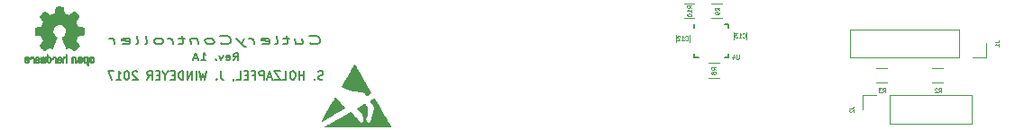
<source format=gbr>
G04 #@! TF.FileFunction,Legend,Bot*
%FSLAX46Y46*%
G04 Gerber Fmt 4.6, Leading zero omitted, Abs format (unit mm)*
G04 Created by KiCad (PCBNEW 4.0.6) date 09/09/17 15:21:19*
%MOMM*%
%LPD*%
G01*
G04 APERTURE LIST*
%ADD10C,0.100000*%
%ADD11C,0.150000*%
%ADD12C,0.200000*%
%ADD13C,0.120000*%
%ADD14C,0.010000*%
%ADD15C,0.080000*%
G04 APERTURE END LIST*
D10*
D11*
X123589847Y-71289829D02*
X123856514Y-71004114D01*
X124046990Y-71289829D02*
X124046990Y-70689829D01*
X123742228Y-70689829D01*
X123666037Y-70718400D01*
X123627942Y-70746971D01*
X123589847Y-70804114D01*
X123589847Y-70889829D01*
X123627942Y-70946971D01*
X123666037Y-70975543D01*
X123742228Y-71004114D01*
X124046990Y-71004114D01*
X122942228Y-71261257D02*
X123018418Y-71289829D01*
X123170799Y-71289829D01*
X123246990Y-71261257D01*
X123285085Y-71204114D01*
X123285085Y-70975543D01*
X123246990Y-70918400D01*
X123170799Y-70889829D01*
X123018418Y-70889829D01*
X122942228Y-70918400D01*
X122904133Y-70975543D01*
X122904133Y-71032686D01*
X123285085Y-71089829D01*
X122637466Y-70889829D02*
X122446990Y-71289829D01*
X122256514Y-70889829D01*
X121951752Y-71232686D02*
X121913657Y-71261257D01*
X121951752Y-71289829D01*
X121989847Y-71261257D01*
X121951752Y-71232686D01*
X121951752Y-71289829D01*
X120542228Y-71289829D02*
X120999371Y-71289829D01*
X120770800Y-71289829D02*
X120770800Y-70689829D01*
X120846990Y-70775543D01*
X120923181Y-70832686D01*
X120999371Y-70861257D01*
X120237466Y-71118400D02*
X119856514Y-71118400D01*
X120313657Y-71289829D02*
X120046990Y-70689829D01*
X119780323Y-71289829D01*
D12*
X130793009Y-69729314D02*
X130873961Y-69767410D01*
X131107295Y-69805505D01*
X131259676Y-69805505D01*
X131483485Y-69767410D01*
X131626342Y-69691219D01*
X131693010Y-69615029D01*
X131750152Y-69462648D01*
X131735866Y-69348362D01*
X131640629Y-69195981D01*
X131554914Y-69119790D01*
X131393009Y-69043600D01*
X131159676Y-69005505D01*
X131007295Y-69005505D01*
X130783485Y-69043600D01*
X130712057Y-69081695D01*
X129364437Y-69272171D02*
X129431104Y-69805505D01*
X130050152Y-69272171D02*
X130102533Y-69691219D01*
X130035866Y-69767410D01*
X129888247Y-69805505D01*
X129659676Y-69805505D01*
X129502533Y-69767410D01*
X129421580Y-69729314D01*
X128831104Y-69272171D02*
X128221580Y-69272171D01*
X128569200Y-69005505D02*
X128654914Y-69691219D01*
X128588247Y-69767410D01*
X128440628Y-69805505D01*
X128288247Y-69805505D01*
X127526342Y-69805505D02*
X127673961Y-69767410D01*
X127740628Y-69691219D01*
X127654914Y-69005505D01*
X126302533Y-69767410D02*
X126459676Y-69805505D01*
X126764438Y-69805505D01*
X126912057Y-69767410D01*
X126978723Y-69691219D01*
X126940628Y-69386457D01*
X126854914Y-69310267D01*
X126697771Y-69272171D01*
X126393009Y-69272171D01*
X126245390Y-69310267D01*
X126178723Y-69386457D01*
X126188247Y-69462648D01*
X126959676Y-69538838D01*
X125545390Y-69805505D02*
X125478723Y-69272171D01*
X125497771Y-69424552D02*
X125412056Y-69348362D01*
X125331104Y-69310267D01*
X125173961Y-69272171D01*
X125021580Y-69272171D01*
X124640628Y-69272171D02*
X124326342Y-69805505D01*
X123878723Y-69272171D02*
X124326342Y-69805505D01*
X124502533Y-69995981D01*
X124583486Y-70034076D01*
X124740628Y-70072171D01*
X122412056Y-69729314D02*
X122493008Y-69767410D01*
X122726342Y-69805505D01*
X122878723Y-69805505D01*
X123102532Y-69767410D01*
X123245389Y-69691219D01*
X123312057Y-69615029D01*
X123369199Y-69462648D01*
X123354913Y-69348362D01*
X123259676Y-69195981D01*
X123173961Y-69119790D01*
X123012056Y-69043600D01*
X122778723Y-69005505D01*
X122626342Y-69005505D01*
X122402532Y-69043600D01*
X122331104Y-69081695D01*
X121507294Y-69805505D02*
X121654913Y-69767410D01*
X121726342Y-69729314D01*
X121793008Y-69653124D01*
X121764437Y-69424552D01*
X121678723Y-69348362D01*
X121597770Y-69310267D01*
X121440627Y-69272171D01*
X121212056Y-69272171D01*
X121064437Y-69310267D01*
X120993008Y-69348362D01*
X120926342Y-69424552D01*
X120954913Y-69653124D01*
X121040627Y-69729314D01*
X121121580Y-69767410D01*
X121278723Y-69805505D01*
X121507294Y-69805505D01*
X120221580Y-69272171D02*
X120288247Y-69805505D01*
X120231104Y-69348362D02*
X120150151Y-69310267D01*
X119993008Y-69272171D01*
X119764437Y-69272171D01*
X119616818Y-69310267D01*
X119550151Y-69386457D01*
X119602532Y-69805505D01*
X119002532Y-69272171D02*
X118393008Y-69272171D01*
X118740628Y-69005505D02*
X118826342Y-69691219D01*
X118759675Y-69767410D01*
X118612056Y-69805505D01*
X118459675Y-69805505D01*
X117926342Y-69805505D02*
X117859675Y-69272171D01*
X117878723Y-69424552D02*
X117793008Y-69348362D01*
X117712056Y-69310267D01*
X117554913Y-69272171D01*
X117402532Y-69272171D01*
X116707294Y-69805505D02*
X116854913Y-69767410D01*
X116926342Y-69729314D01*
X116993008Y-69653124D01*
X116964437Y-69424552D01*
X116878723Y-69348362D01*
X116797770Y-69310267D01*
X116640627Y-69272171D01*
X116412056Y-69272171D01*
X116264437Y-69310267D01*
X116193008Y-69348362D01*
X116126342Y-69424552D01*
X116154913Y-69653124D01*
X116240627Y-69729314D01*
X116321580Y-69767410D01*
X116478723Y-69805505D01*
X116707294Y-69805505D01*
X115259675Y-69805505D02*
X115407294Y-69767410D01*
X115473961Y-69691219D01*
X115388247Y-69005505D01*
X114421580Y-69805505D02*
X114569199Y-69767410D01*
X114635866Y-69691219D01*
X114550152Y-69005505D01*
X113197771Y-69767410D02*
X113354914Y-69805505D01*
X113659676Y-69805505D01*
X113807295Y-69767410D01*
X113873961Y-69691219D01*
X113835866Y-69386457D01*
X113750152Y-69310267D01*
X113593009Y-69272171D01*
X113288247Y-69272171D01*
X113140628Y-69310267D01*
X113073961Y-69386457D01*
X113083485Y-69462648D01*
X113854914Y-69538838D01*
X112440628Y-69805505D02*
X112373961Y-69272171D01*
X112393009Y-69424552D02*
X112307294Y-69348362D01*
X112226342Y-69310267D01*
X112069199Y-69272171D01*
X111916818Y-69272171D01*
X132015238Y-73120210D02*
X131900952Y-73158305D01*
X131710476Y-73158305D01*
X131634286Y-73120210D01*
X131596190Y-73082114D01*
X131558095Y-73005924D01*
X131558095Y-72929733D01*
X131596190Y-72853543D01*
X131634286Y-72815448D01*
X131710476Y-72777352D01*
X131862857Y-72739257D01*
X131939048Y-72701162D01*
X131977143Y-72663067D01*
X132015238Y-72586876D01*
X132015238Y-72510686D01*
X131977143Y-72434495D01*
X131939048Y-72396400D01*
X131862857Y-72358305D01*
X131672381Y-72358305D01*
X131558095Y-72396400D01*
X131215238Y-73082114D02*
X131177143Y-73120210D01*
X131215238Y-73158305D01*
X131253333Y-73120210D01*
X131215238Y-73082114D01*
X131215238Y-73158305D01*
X130224762Y-73158305D02*
X130224762Y-72358305D01*
X130224762Y-72739257D02*
X129767619Y-72739257D01*
X129767619Y-73158305D02*
X129767619Y-72358305D01*
X129234286Y-72358305D02*
X129081905Y-72358305D01*
X129005714Y-72396400D01*
X128929524Y-72472590D01*
X128891429Y-72624971D01*
X128891429Y-72891638D01*
X128929524Y-73044019D01*
X129005714Y-73120210D01*
X129081905Y-73158305D01*
X129234286Y-73158305D01*
X129310476Y-73120210D01*
X129386667Y-73044019D01*
X129424762Y-72891638D01*
X129424762Y-72624971D01*
X129386667Y-72472590D01*
X129310476Y-72396400D01*
X129234286Y-72358305D01*
X128167619Y-73158305D02*
X128548572Y-73158305D01*
X128548572Y-72358305D01*
X127977143Y-72358305D02*
X127443810Y-72358305D01*
X127977143Y-73158305D01*
X127443810Y-73158305D01*
X127177143Y-72929733D02*
X126796191Y-72929733D01*
X127253334Y-73158305D02*
X126986667Y-72358305D01*
X126720000Y-73158305D01*
X126453334Y-73158305D02*
X126453334Y-72358305D01*
X126148572Y-72358305D01*
X126072381Y-72396400D01*
X126034286Y-72434495D01*
X125996191Y-72510686D01*
X125996191Y-72624971D01*
X126034286Y-72701162D01*
X126072381Y-72739257D01*
X126148572Y-72777352D01*
X126453334Y-72777352D01*
X125386667Y-72739257D02*
X125653334Y-72739257D01*
X125653334Y-73158305D02*
X125653334Y-72358305D01*
X125272381Y-72358305D01*
X124967620Y-72739257D02*
X124700953Y-72739257D01*
X124586667Y-73158305D02*
X124967620Y-73158305D01*
X124967620Y-72358305D01*
X124586667Y-72358305D01*
X123862857Y-73158305D02*
X124243810Y-73158305D01*
X124243810Y-72358305D01*
X123558096Y-73120210D02*
X123558096Y-73158305D01*
X123596191Y-73234495D01*
X123634286Y-73272590D01*
X122377143Y-72358305D02*
X122377143Y-72929733D01*
X122415239Y-73044019D01*
X122491429Y-73120210D01*
X122605715Y-73158305D01*
X122681905Y-73158305D01*
X121996191Y-73082114D02*
X121958096Y-73120210D01*
X121996191Y-73158305D01*
X122034286Y-73120210D01*
X121996191Y-73082114D01*
X121996191Y-73158305D01*
X121081905Y-72358305D02*
X120891429Y-73158305D01*
X120739048Y-72586876D01*
X120586667Y-73158305D01*
X120396191Y-72358305D01*
X120091429Y-73158305D02*
X120091429Y-72358305D01*
X119710477Y-73158305D02*
X119710477Y-72358305D01*
X119253334Y-73158305D01*
X119253334Y-72358305D01*
X118872382Y-73158305D02*
X118872382Y-72358305D01*
X118681906Y-72358305D01*
X118567620Y-72396400D01*
X118491429Y-72472590D01*
X118453334Y-72548781D01*
X118415239Y-72701162D01*
X118415239Y-72815448D01*
X118453334Y-72967829D01*
X118491429Y-73044019D01*
X118567620Y-73120210D01*
X118681906Y-73158305D01*
X118872382Y-73158305D01*
X118072382Y-72739257D02*
X117805715Y-72739257D01*
X117691429Y-73158305D02*
X118072382Y-73158305D01*
X118072382Y-72358305D01*
X117691429Y-72358305D01*
X117196191Y-72777352D02*
X117196191Y-73158305D01*
X117462858Y-72358305D02*
X117196191Y-72777352D01*
X116929524Y-72358305D01*
X116662858Y-72739257D02*
X116396191Y-72739257D01*
X116281905Y-73158305D02*
X116662858Y-73158305D01*
X116662858Y-72358305D01*
X116281905Y-72358305D01*
X115481905Y-73158305D02*
X115748572Y-72777352D01*
X115939048Y-73158305D02*
X115939048Y-72358305D01*
X115634286Y-72358305D01*
X115558095Y-72396400D01*
X115520000Y-72434495D01*
X115481905Y-72510686D01*
X115481905Y-72624971D01*
X115520000Y-72701162D01*
X115558095Y-72739257D01*
X115634286Y-72777352D01*
X115939048Y-72777352D01*
X114567619Y-72434495D02*
X114529524Y-72396400D01*
X114453333Y-72358305D01*
X114262857Y-72358305D01*
X114186667Y-72396400D01*
X114148571Y-72434495D01*
X114110476Y-72510686D01*
X114110476Y-72586876D01*
X114148571Y-72701162D01*
X114605714Y-73158305D01*
X114110476Y-73158305D01*
X113615238Y-72358305D02*
X113539047Y-72358305D01*
X113462857Y-72396400D01*
X113424762Y-72434495D01*
X113386666Y-72510686D01*
X113348571Y-72663067D01*
X113348571Y-72853543D01*
X113386666Y-73005924D01*
X113424762Y-73082114D01*
X113462857Y-73120210D01*
X113539047Y-73158305D01*
X113615238Y-73158305D01*
X113691428Y-73120210D01*
X113729524Y-73082114D01*
X113767619Y-73005924D01*
X113805714Y-72853543D01*
X113805714Y-72663067D01*
X113767619Y-72510686D01*
X113729524Y-72434495D01*
X113691428Y-72396400D01*
X113615238Y-72358305D01*
X112586666Y-73158305D02*
X113043809Y-73158305D01*
X112815238Y-73158305D02*
X112815238Y-72358305D01*
X112891428Y-72472590D01*
X112967619Y-72548781D01*
X113043809Y-72586876D01*
X112319999Y-72358305D02*
X111786666Y-72358305D01*
X112129523Y-73158305D01*
D13*
X166400000Y-69650000D02*
X166400000Y-68950000D01*
X165200000Y-68950000D02*
X165200000Y-69650000D01*
X170596000Y-68674500D02*
X170596000Y-69374500D01*
X171796000Y-69374500D02*
X171796000Y-68674500D01*
X181510000Y-71080000D02*
X181510000Y-68420000D01*
X191730000Y-71080000D02*
X181510000Y-71080000D01*
X191730000Y-68420000D02*
X181510000Y-68420000D01*
X191730000Y-71080000D02*
X191730000Y-68420000D01*
X193000000Y-71080000D02*
X194330000Y-71080000D01*
X194330000Y-71080000D02*
X194330000Y-69750000D01*
X192950000Y-74670000D02*
X192950000Y-77330000D01*
X185270000Y-74670000D02*
X192950000Y-74670000D01*
X185270000Y-77330000D02*
X192950000Y-77330000D01*
X185270000Y-74670000D02*
X185270000Y-77330000D01*
X184000000Y-74670000D02*
X182670000Y-74670000D01*
X182670000Y-74670000D02*
X182670000Y-76000000D01*
X190250000Y-72070000D02*
X189250000Y-72070000D01*
X189250000Y-73430000D02*
X190250000Y-73430000D01*
X185000000Y-72070000D02*
X184000000Y-72070000D01*
X184000000Y-73430000D02*
X185000000Y-73430000D01*
X168200000Y-72980000D02*
X169200000Y-72980000D01*
X169200000Y-71620000D02*
X168200000Y-71620000D01*
X168500000Y-67380000D02*
X169500000Y-67380000D01*
X169500000Y-66020000D02*
X168500000Y-66020000D01*
X165900000Y-67380000D02*
X166900000Y-67380000D01*
X166900000Y-66020000D02*
X165900000Y-66020000D01*
D11*
X170100000Y-67900000D02*
X169700000Y-67900000D01*
X170100000Y-67900000D02*
X170100000Y-68300000D01*
X170100000Y-71100000D02*
X169700000Y-71100000D01*
X170100000Y-71100000D02*
X170100000Y-70700000D01*
X166900000Y-71100000D02*
X167300000Y-71100000D01*
X166900000Y-71100000D02*
X166900000Y-70700000D01*
X166900000Y-67900000D02*
X166900000Y-68300000D01*
D14*
G36*
X109628896Y-70967278D02*
X109573439Y-70994928D01*
X109524492Y-71045840D01*
X109511011Y-71064698D01*
X109496326Y-71089375D01*
X109486798Y-71116176D01*
X109481347Y-71151947D01*
X109478893Y-71203529D01*
X109478354Y-71271627D01*
X109480788Y-71364948D01*
X109489246Y-71435017D01*
X109505466Y-71487291D01*
X109531186Y-71527229D01*
X109568143Y-71560289D01*
X109570858Y-71562246D01*
X109607280Y-71582268D01*
X109651138Y-71592175D01*
X109706916Y-71594617D01*
X109797592Y-71594617D01*
X109797630Y-71682643D01*
X109798474Y-71731668D01*
X109803616Y-71760425D01*
X109817053Y-71777671D01*
X109842782Y-71792168D01*
X109848961Y-71795129D01*
X109877876Y-71809008D01*
X109900264Y-71817774D01*
X109916911Y-71818531D01*
X109928604Y-71808383D01*
X109936130Y-71784433D01*
X109940274Y-71743786D01*
X109941825Y-71683546D01*
X109941569Y-71600815D01*
X109940291Y-71492699D01*
X109939892Y-71460360D01*
X109938455Y-71348884D01*
X109937168Y-71275963D01*
X109797669Y-71275963D01*
X109796885Y-71337859D01*
X109793400Y-71378357D01*
X109785516Y-71405068D01*
X109771535Y-71425604D01*
X109762043Y-71435620D01*
X109723236Y-71464927D01*
X109688877Y-71467312D01*
X109653424Y-71443110D01*
X109652526Y-71442217D01*
X109638101Y-71423513D01*
X109629327Y-71398092D01*
X109624901Y-71358944D01*
X109623522Y-71299057D01*
X109623497Y-71285790D01*
X109626828Y-71203261D01*
X109637671Y-71146051D01*
X109657300Y-71111126D01*
X109686990Y-71095454D01*
X109704149Y-71093874D01*
X109744874Y-71101286D01*
X109772808Y-71125690D01*
X109789623Y-71170340D01*
X109796990Y-71238490D01*
X109797669Y-71275963D01*
X109937168Y-71275963D01*
X109936932Y-71262605D01*
X109934963Y-71197693D01*
X109932190Y-71150318D01*
X109928252Y-71116650D01*
X109922791Y-71092858D01*
X109915448Y-71075113D01*
X109905863Y-71059584D01*
X109901753Y-71053741D01*
X109847235Y-70998545D01*
X109778304Y-70967250D01*
X109698568Y-70958525D01*
X109628896Y-70967278D01*
X109628896Y-70967278D01*
G37*
X109628896Y-70967278D02*
X109573439Y-70994928D01*
X109524492Y-71045840D01*
X109511011Y-71064698D01*
X109496326Y-71089375D01*
X109486798Y-71116176D01*
X109481347Y-71151947D01*
X109478893Y-71203529D01*
X109478354Y-71271627D01*
X109480788Y-71364948D01*
X109489246Y-71435017D01*
X109505466Y-71487291D01*
X109531186Y-71527229D01*
X109568143Y-71560289D01*
X109570858Y-71562246D01*
X109607280Y-71582268D01*
X109651138Y-71592175D01*
X109706916Y-71594617D01*
X109797592Y-71594617D01*
X109797630Y-71682643D01*
X109798474Y-71731668D01*
X109803616Y-71760425D01*
X109817053Y-71777671D01*
X109842782Y-71792168D01*
X109848961Y-71795129D01*
X109877876Y-71809008D01*
X109900264Y-71817774D01*
X109916911Y-71818531D01*
X109928604Y-71808383D01*
X109936130Y-71784433D01*
X109940274Y-71743786D01*
X109941825Y-71683546D01*
X109941569Y-71600815D01*
X109940291Y-71492699D01*
X109939892Y-71460360D01*
X109938455Y-71348884D01*
X109937168Y-71275963D01*
X109797669Y-71275963D01*
X109796885Y-71337859D01*
X109793400Y-71378357D01*
X109785516Y-71405068D01*
X109771535Y-71425604D01*
X109762043Y-71435620D01*
X109723236Y-71464927D01*
X109688877Y-71467312D01*
X109653424Y-71443110D01*
X109652526Y-71442217D01*
X109638101Y-71423513D01*
X109629327Y-71398092D01*
X109624901Y-71358944D01*
X109623522Y-71299057D01*
X109623497Y-71285790D01*
X109626828Y-71203261D01*
X109637671Y-71146051D01*
X109657300Y-71111126D01*
X109686990Y-71095454D01*
X109704149Y-71093874D01*
X109744874Y-71101286D01*
X109772808Y-71125690D01*
X109789623Y-71170340D01*
X109796990Y-71238490D01*
X109797669Y-71275963D01*
X109937168Y-71275963D01*
X109936932Y-71262605D01*
X109934963Y-71197693D01*
X109932190Y-71150318D01*
X109928252Y-71116650D01*
X109922791Y-71092858D01*
X109915448Y-71075113D01*
X109905863Y-71059584D01*
X109901753Y-71053741D01*
X109847235Y-70998545D01*
X109778304Y-70967250D01*
X109698568Y-70958525D01*
X109628896Y-70967278D01*
G36*
X108512547Y-70975140D02*
X108465968Y-71002083D01*
X108433583Y-71028826D01*
X108409898Y-71056844D01*
X108393581Y-71091108D01*
X108383301Y-71136587D01*
X108377726Y-71198252D01*
X108375524Y-71281071D01*
X108375269Y-71340606D01*
X108375269Y-71559751D01*
X108436954Y-71587404D01*
X108498640Y-71615057D01*
X108505897Y-71375030D01*
X108508896Y-71285388D01*
X108512042Y-71220322D01*
X108515939Y-71175386D01*
X108521193Y-71146130D01*
X108528409Y-71128108D01*
X108538190Y-71116871D01*
X108541328Y-71114439D01*
X108588879Y-71095443D01*
X108636943Y-71102960D01*
X108665554Y-71122903D01*
X108677193Y-71137035D01*
X108685249Y-71155580D01*
X108690369Y-71183694D01*
X108693199Y-71226533D01*
X108694384Y-71289255D01*
X108694583Y-71354621D01*
X108694622Y-71436628D01*
X108696026Y-71494676D01*
X108700726Y-71533825D01*
X108710653Y-71559140D01*
X108727737Y-71575683D01*
X108753908Y-71588516D01*
X108788865Y-71601851D01*
X108827044Y-71616367D01*
X108822499Y-71358749D01*
X108820669Y-71265879D01*
X108818528Y-71197249D01*
X108815459Y-71148071D01*
X108810846Y-71113558D01*
X108804072Y-71088922D01*
X108794521Y-71069376D01*
X108783006Y-71052130D01*
X108727450Y-70997040D01*
X108659660Y-70965182D01*
X108585927Y-70957551D01*
X108512547Y-70975140D01*
X108512547Y-70975140D01*
G37*
X108512547Y-70975140D02*
X108465968Y-71002083D01*
X108433583Y-71028826D01*
X108409898Y-71056844D01*
X108393581Y-71091108D01*
X108383301Y-71136587D01*
X108377726Y-71198252D01*
X108375524Y-71281071D01*
X108375269Y-71340606D01*
X108375269Y-71559751D01*
X108436954Y-71587404D01*
X108498640Y-71615057D01*
X108505897Y-71375030D01*
X108508896Y-71285388D01*
X108512042Y-71220322D01*
X108515939Y-71175386D01*
X108521193Y-71146130D01*
X108528409Y-71128108D01*
X108538190Y-71116871D01*
X108541328Y-71114439D01*
X108588879Y-71095443D01*
X108636943Y-71102960D01*
X108665554Y-71122903D01*
X108677193Y-71137035D01*
X108685249Y-71155580D01*
X108690369Y-71183694D01*
X108693199Y-71226533D01*
X108694384Y-71289255D01*
X108694583Y-71354621D01*
X108694622Y-71436628D01*
X108696026Y-71494676D01*
X108700726Y-71533825D01*
X108710653Y-71559140D01*
X108727737Y-71575683D01*
X108753908Y-71588516D01*
X108788865Y-71601851D01*
X108827044Y-71616367D01*
X108822499Y-71358749D01*
X108820669Y-71265879D01*
X108818528Y-71197249D01*
X108815459Y-71148071D01*
X108810846Y-71113558D01*
X108804072Y-71088922D01*
X108794521Y-71069376D01*
X108783006Y-71052130D01*
X108727450Y-70997040D01*
X108659660Y-70965182D01*
X108585927Y-70957551D01*
X108512547Y-70975140D01*
G36*
X110187525Y-70969322D02*
X110119495Y-71005093D01*
X110069289Y-71062661D01*
X110051455Y-71099672D01*
X110037577Y-71155242D01*
X110030473Y-71225456D01*
X110029800Y-71302087D01*
X110035213Y-71376912D01*
X110046370Y-71441702D01*
X110062926Y-71488233D01*
X110068014Y-71496247D01*
X110128285Y-71556067D01*
X110199871Y-71591895D01*
X110277548Y-71602380D01*
X110356092Y-71586170D01*
X110377951Y-71576452D01*
X110420518Y-71546503D01*
X110457877Y-71506793D01*
X110461408Y-71501757D01*
X110475759Y-71477484D01*
X110485246Y-71451538D01*
X110490850Y-71417382D01*
X110493554Y-71368479D01*
X110494341Y-71298295D01*
X110494354Y-71282560D01*
X110494318Y-71277552D01*
X110349211Y-71277552D01*
X110348367Y-71343790D01*
X110345044Y-71387746D01*
X110338057Y-71416139D01*
X110326224Y-71435685D01*
X110320183Y-71442217D01*
X110285454Y-71467040D01*
X110251737Y-71465908D01*
X110217645Y-71444376D01*
X110197311Y-71421389D01*
X110185269Y-71387838D01*
X110178506Y-71334929D01*
X110178042Y-71328759D01*
X110176888Y-71232873D01*
X110188952Y-71161659D01*
X110214070Y-71115554D01*
X110252080Y-71094995D01*
X110265648Y-71093874D01*
X110301276Y-71099512D01*
X110325646Y-71119046D01*
X110340547Y-71156402D01*
X110347765Y-71215510D01*
X110349211Y-71277552D01*
X110494318Y-71277552D01*
X110493814Y-71207773D01*
X110491544Y-71155519D01*
X110486572Y-71119309D01*
X110477927Y-71092659D01*
X110464635Y-71069082D01*
X110461697Y-71064698D01*
X110412327Y-71005609D01*
X110358531Y-70971307D01*
X110293038Y-70957691D01*
X110270798Y-70957025D01*
X110187525Y-70969322D01*
X110187525Y-70969322D01*
G37*
X110187525Y-70969322D02*
X110119495Y-71005093D01*
X110069289Y-71062661D01*
X110051455Y-71099672D01*
X110037577Y-71155242D01*
X110030473Y-71225456D01*
X110029800Y-71302087D01*
X110035213Y-71376912D01*
X110046370Y-71441702D01*
X110062926Y-71488233D01*
X110068014Y-71496247D01*
X110128285Y-71556067D01*
X110199871Y-71591895D01*
X110277548Y-71602380D01*
X110356092Y-71586170D01*
X110377951Y-71576452D01*
X110420518Y-71546503D01*
X110457877Y-71506793D01*
X110461408Y-71501757D01*
X110475759Y-71477484D01*
X110485246Y-71451538D01*
X110490850Y-71417382D01*
X110493554Y-71368479D01*
X110494341Y-71298295D01*
X110494354Y-71282560D01*
X110494318Y-71277552D01*
X110349211Y-71277552D01*
X110348367Y-71343790D01*
X110345044Y-71387746D01*
X110338057Y-71416139D01*
X110326224Y-71435685D01*
X110320183Y-71442217D01*
X110285454Y-71467040D01*
X110251737Y-71465908D01*
X110217645Y-71444376D01*
X110197311Y-71421389D01*
X110185269Y-71387838D01*
X110178506Y-71334929D01*
X110178042Y-71328759D01*
X110176888Y-71232873D01*
X110188952Y-71161659D01*
X110214070Y-71115554D01*
X110252080Y-71094995D01*
X110265648Y-71093874D01*
X110301276Y-71099512D01*
X110325646Y-71119046D01*
X110340547Y-71156402D01*
X110347765Y-71215510D01*
X110349211Y-71277552D01*
X110494318Y-71277552D01*
X110493814Y-71207773D01*
X110491544Y-71155519D01*
X110486572Y-71119309D01*
X110477927Y-71092659D01*
X110464635Y-71069082D01*
X110461697Y-71064698D01*
X110412327Y-71005609D01*
X110358531Y-70971307D01*
X110293038Y-70957691D01*
X110270798Y-70957025D01*
X110187525Y-70969322D01*
G36*
X109060337Y-70978599D02*
X109003113Y-71017095D01*
X108958891Y-71072695D01*
X108932473Y-71143446D01*
X108927130Y-71195522D01*
X108927737Y-71217253D01*
X108932818Y-71233891D01*
X108946785Y-71248797D01*
X108974051Y-71265333D01*
X109019028Y-71286858D01*
X109086129Y-71316734D01*
X109086469Y-71316884D01*
X109148233Y-71345173D01*
X109198881Y-71370293D01*
X109233236Y-71389539D01*
X109246122Y-71400208D01*
X109246126Y-71400294D01*
X109234768Y-71423526D01*
X109208209Y-71449134D01*
X109177717Y-71467581D01*
X109162270Y-71471246D01*
X109120125Y-71458572D01*
X109083832Y-71426831D01*
X109066123Y-71391932D01*
X109049088Y-71366205D01*
X109015718Y-71336906D01*
X108976491Y-71311595D01*
X108941884Y-71297831D01*
X108934647Y-71297074D01*
X108926501Y-71309520D01*
X108926010Y-71341332D01*
X108931997Y-71384226D01*
X108943283Y-71429918D01*
X108958690Y-71470121D01*
X108959469Y-71471682D01*
X109005836Y-71536422D01*
X109065929Y-71580457D01*
X109134175Y-71602071D01*
X109205002Y-71599545D01*
X109272836Y-71571164D01*
X109275852Y-71569168D01*
X109329213Y-71520808D01*
X109364300Y-71457712D01*
X109383718Y-71374747D01*
X109386324Y-71351438D01*
X109390939Y-71241415D01*
X109385407Y-71190108D01*
X109246126Y-71190108D01*
X109244316Y-71222113D01*
X109234418Y-71231453D01*
X109209742Y-71224465D01*
X109170845Y-71207947D01*
X109127365Y-71187241D01*
X109126284Y-71186693D01*
X109089431Y-71167309D01*
X109074640Y-71154373D01*
X109078287Y-71140811D01*
X109093645Y-71122992D01*
X109132717Y-71097205D01*
X109174794Y-71095310D01*
X109212537Y-71114077D01*
X109238606Y-71150275D01*
X109246126Y-71190108D01*
X109385407Y-71190108D01*
X109381446Y-71153387D01*
X109357090Y-71083572D01*
X109323184Y-71034662D01*
X109261987Y-70985238D01*
X109194577Y-70960719D01*
X109125760Y-70959157D01*
X109060337Y-70978599D01*
X109060337Y-70978599D01*
G37*
X109060337Y-70978599D02*
X109003113Y-71017095D01*
X108958891Y-71072695D01*
X108932473Y-71143446D01*
X108927130Y-71195522D01*
X108927737Y-71217253D01*
X108932818Y-71233891D01*
X108946785Y-71248797D01*
X108974051Y-71265333D01*
X109019028Y-71286858D01*
X109086129Y-71316734D01*
X109086469Y-71316884D01*
X109148233Y-71345173D01*
X109198881Y-71370293D01*
X109233236Y-71389539D01*
X109246122Y-71400208D01*
X109246126Y-71400294D01*
X109234768Y-71423526D01*
X109208209Y-71449134D01*
X109177717Y-71467581D01*
X109162270Y-71471246D01*
X109120125Y-71458572D01*
X109083832Y-71426831D01*
X109066123Y-71391932D01*
X109049088Y-71366205D01*
X109015718Y-71336906D01*
X108976491Y-71311595D01*
X108941884Y-71297831D01*
X108934647Y-71297074D01*
X108926501Y-71309520D01*
X108926010Y-71341332D01*
X108931997Y-71384226D01*
X108943283Y-71429918D01*
X108958690Y-71470121D01*
X108959469Y-71471682D01*
X109005836Y-71536422D01*
X109065929Y-71580457D01*
X109134175Y-71602071D01*
X109205002Y-71599545D01*
X109272836Y-71571164D01*
X109275852Y-71569168D01*
X109329213Y-71520808D01*
X109364300Y-71457712D01*
X109383718Y-71374747D01*
X109386324Y-71351438D01*
X109390939Y-71241415D01*
X109385407Y-71190108D01*
X109246126Y-71190108D01*
X109244316Y-71222113D01*
X109234418Y-71231453D01*
X109209742Y-71224465D01*
X109170845Y-71207947D01*
X109127365Y-71187241D01*
X109126284Y-71186693D01*
X109089431Y-71167309D01*
X109074640Y-71154373D01*
X109078287Y-71140811D01*
X109093645Y-71122992D01*
X109132717Y-71097205D01*
X109174794Y-71095310D01*
X109212537Y-71114077D01*
X109238606Y-71150275D01*
X109246126Y-71190108D01*
X109385407Y-71190108D01*
X109381446Y-71153387D01*
X109357090Y-71083572D01*
X109323184Y-71034662D01*
X109261987Y-70985238D01*
X109194577Y-70960719D01*
X109125760Y-70959157D01*
X109060337Y-70978599D01*
G36*
X107852754Y-70898649D02*
X107848501Y-70957973D01*
X107843615Y-70992932D01*
X107836845Y-71008180D01*
X107826938Y-71008375D01*
X107823726Y-71006555D01*
X107780996Y-70993375D01*
X107725413Y-70994145D01*
X107668903Y-71007693D01*
X107633558Y-71025221D01*
X107597319Y-71053221D01*
X107570827Y-71084909D01*
X107552641Y-71125173D01*
X107541318Y-71178903D01*
X107535418Y-71250986D01*
X107533497Y-71346311D01*
X107533463Y-71364597D01*
X107533440Y-71570006D01*
X107579149Y-71585940D01*
X107611613Y-71596780D01*
X107629425Y-71601828D01*
X107629949Y-71601874D01*
X107631703Y-71588188D01*
X107633196Y-71550436D01*
X107634314Y-71493584D01*
X107634943Y-71422594D01*
X107635040Y-71379433D01*
X107635242Y-71294333D01*
X107636282Y-71233341D01*
X107638809Y-71191537D01*
X107643476Y-71164002D01*
X107650933Y-71145816D01*
X107661829Y-71132058D01*
X107668633Y-71125433D01*
X107715368Y-71098735D01*
X107766368Y-71096735D01*
X107812639Y-71119315D01*
X107821196Y-71127467D01*
X107833747Y-71142796D01*
X107842452Y-71160978D01*
X107848009Y-71187269D01*
X107851114Y-71226922D01*
X107852464Y-71285192D01*
X107852754Y-71365533D01*
X107852754Y-71570006D01*
X107898463Y-71585940D01*
X107930927Y-71596780D01*
X107948739Y-71601828D01*
X107949263Y-71601874D01*
X107950603Y-71587983D01*
X107951812Y-71548799D01*
X107952839Y-71488060D01*
X107953638Y-71409501D01*
X107954159Y-71316858D01*
X107954354Y-71213869D01*
X107954354Y-70816702D01*
X107907183Y-70796804D01*
X107860011Y-70776907D01*
X107852754Y-70898649D01*
X107852754Y-70898649D01*
G37*
X107852754Y-70898649D02*
X107848501Y-70957973D01*
X107843615Y-70992932D01*
X107836845Y-71008180D01*
X107826938Y-71008375D01*
X107823726Y-71006555D01*
X107780996Y-70993375D01*
X107725413Y-70994145D01*
X107668903Y-71007693D01*
X107633558Y-71025221D01*
X107597319Y-71053221D01*
X107570827Y-71084909D01*
X107552641Y-71125173D01*
X107541318Y-71178903D01*
X107535418Y-71250986D01*
X107533497Y-71346311D01*
X107533463Y-71364597D01*
X107533440Y-71570006D01*
X107579149Y-71585940D01*
X107611613Y-71596780D01*
X107629425Y-71601828D01*
X107629949Y-71601874D01*
X107631703Y-71588188D01*
X107633196Y-71550436D01*
X107634314Y-71493584D01*
X107634943Y-71422594D01*
X107635040Y-71379433D01*
X107635242Y-71294333D01*
X107636282Y-71233341D01*
X107638809Y-71191537D01*
X107643476Y-71164002D01*
X107650933Y-71145816D01*
X107661829Y-71132058D01*
X107668633Y-71125433D01*
X107715368Y-71098735D01*
X107766368Y-71096735D01*
X107812639Y-71119315D01*
X107821196Y-71127467D01*
X107833747Y-71142796D01*
X107842452Y-71160978D01*
X107848009Y-71187269D01*
X107851114Y-71226922D01*
X107852464Y-71285192D01*
X107852754Y-71365533D01*
X107852754Y-71570006D01*
X107898463Y-71585940D01*
X107930927Y-71596780D01*
X107948739Y-71601828D01*
X107949263Y-71601874D01*
X107950603Y-71587983D01*
X107951812Y-71548799D01*
X107952839Y-71488060D01*
X107953638Y-71409501D01*
X107954159Y-71316858D01*
X107954354Y-71213869D01*
X107954354Y-70816702D01*
X107907183Y-70796804D01*
X107860011Y-70776907D01*
X107852754Y-70898649D01*
G36*
X107188896Y-70998328D02*
X107132024Y-71019447D01*
X107131373Y-71019853D01*
X107096200Y-71045740D01*
X107070233Y-71075993D01*
X107051970Y-71115418D01*
X107039908Y-71168822D01*
X107032544Y-71241011D01*
X107028376Y-71336792D01*
X107028011Y-71350438D01*
X107022764Y-71556202D01*
X107066924Y-71579038D01*
X107098877Y-71594470D01*
X107118170Y-71601783D01*
X107119062Y-71601874D01*
X107122401Y-71588382D01*
X107125053Y-71551986D01*
X107126684Y-71498812D01*
X107127040Y-71455753D01*
X107127048Y-71386001D01*
X107130237Y-71342197D01*
X107141352Y-71321304D01*
X107165139Y-71320285D01*
X107206344Y-71336101D01*
X107268554Y-71365175D01*
X107314299Y-71389323D01*
X107337827Y-71410273D01*
X107344744Y-71433107D01*
X107344754Y-71434237D01*
X107333341Y-71473572D01*
X107299548Y-71494822D01*
X107247831Y-71497899D01*
X107210579Y-71497366D01*
X107190937Y-71508095D01*
X107178688Y-71533865D01*
X107171638Y-71566697D01*
X107181798Y-71585326D01*
X107185623Y-71587992D01*
X107221639Y-71598700D01*
X107272074Y-71600216D01*
X107324014Y-71593119D01*
X107360818Y-71580148D01*
X107411702Y-71536945D01*
X107440626Y-71476806D01*
X107446354Y-71429822D01*
X107441983Y-71387442D01*
X107426165Y-71352848D01*
X107394843Y-71322123D01*
X107343962Y-71291350D01*
X107269464Y-71256612D01*
X107264926Y-71254648D01*
X107197819Y-71223647D01*
X107156408Y-71198222D01*
X107138659Y-71175374D01*
X107142533Y-71152105D01*
X107165997Y-71125416D01*
X107173013Y-71119274D01*
X107220010Y-71095460D01*
X107268707Y-71096463D01*
X107311118Y-71119811D01*
X107339256Y-71163035D01*
X107341871Y-71171520D01*
X107367332Y-71212668D01*
X107399639Y-71232488D01*
X107446354Y-71252130D01*
X107446354Y-71201310D01*
X107432144Y-71127442D01*
X107389965Y-71059687D01*
X107368016Y-71037021D01*
X107318123Y-71007929D01*
X107254673Y-70994760D01*
X107188896Y-70998328D01*
X107188896Y-70998328D01*
G37*
X107188896Y-70998328D02*
X107132024Y-71019447D01*
X107131373Y-71019853D01*
X107096200Y-71045740D01*
X107070233Y-71075993D01*
X107051970Y-71115418D01*
X107039908Y-71168822D01*
X107032544Y-71241011D01*
X107028376Y-71336792D01*
X107028011Y-71350438D01*
X107022764Y-71556202D01*
X107066924Y-71579038D01*
X107098877Y-71594470D01*
X107118170Y-71601783D01*
X107119062Y-71601874D01*
X107122401Y-71588382D01*
X107125053Y-71551986D01*
X107126684Y-71498812D01*
X107127040Y-71455753D01*
X107127048Y-71386001D01*
X107130237Y-71342197D01*
X107141352Y-71321304D01*
X107165139Y-71320285D01*
X107206344Y-71336101D01*
X107268554Y-71365175D01*
X107314299Y-71389323D01*
X107337827Y-71410273D01*
X107344744Y-71433107D01*
X107344754Y-71434237D01*
X107333341Y-71473572D01*
X107299548Y-71494822D01*
X107247831Y-71497899D01*
X107210579Y-71497366D01*
X107190937Y-71508095D01*
X107178688Y-71533865D01*
X107171638Y-71566697D01*
X107181798Y-71585326D01*
X107185623Y-71587992D01*
X107221639Y-71598700D01*
X107272074Y-71600216D01*
X107324014Y-71593119D01*
X107360818Y-71580148D01*
X107411702Y-71536945D01*
X107440626Y-71476806D01*
X107446354Y-71429822D01*
X107441983Y-71387442D01*
X107426165Y-71352848D01*
X107394843Y-71322123D01*
X107343962Y-71291350D01*
X107269464Y-71256612D01*
X107264926Y-71254648D01*
X107197819Y-71223647D01*
X107156408Y-71198222D01*
X107138659Y-71175374D01*
X107142533Y-71152105D01*
X107165997Y-71125416D01*
X107173013Y-71119274D01*
X107220010Y-71095460D01*
X107268707Y-71096463D01*
X107311118Y-71119811D01*
X107339256Y-71163035D01*
X107341871Y-71171520D01*
X107367332Y-71212668D01*
X107399639Y-71232488D01*
X107446354Y-71252130D01*
X107446354Y-71201310D01*
X107432144Y-71127442D01*
X107389965Y-71059687D01*
X107368016Y-71037021D01*
X107318123Y-71007929D01*
X107254673Y-70994760D01*
X107188896Y-70998328D01*
G36*
X106698714Y-70997115D02*
X106632782Y-71021444D01*
X106579367Y-71064477D01*
X106558476Y-71094769D01*
X106535701Y-71150354D01*
X106536174Y-71190546D01*
X106560078Y-71217577D01*
X106568923Y-71222173D01*
X106607110Y-71236504D01*
X106626612Y-71232832D01*
X106633218Y-71208767D01*
X106633554Y-71195474D01*
X106645648Y-71146570D01*
X106677169Y-71112359D01*
X106720981Y-71095836D01*
X106769945Y-71099994D01*
X106809746Y-71121587D01*
X106823190Y-71133904D01*
X106832719Y-71148847D01*
X106839155Y-71171435D01*
X106843323Y-71206688D01*
X106846043Y-71259626D01*
X106848138Y-71335267D01*
X106848680Y-71359217D01*
X106850659Y-71441150D01*
X106852909Y-71498815D01*
X106856283Y-71536968D01*
X106861634Y-71560364D01*
X106869816Y-71573758D01*
X106881681Y-71581905D01*
X106889278Y-71585504D01*
X106921538Y-71597812D01*
X106940529Y-71601874D01*
X106946804Y-71588308D01*
X106950634Y-71547294D01*
X106952040Y-71478359D01*
X106951042Y-71381029D01*
X106950732Y-71366017D01*
X106948539Y-71277219D01*
X106945947Y-71212379D01*
X106942258Y-71166427D01*
X106936776Y-71134295D01*
X106928805Y-71110913D01*
X106917647Y-71091212D01*
X106911810Y-71082770D01*
X106878344Y-71045417D01*
X106840913Y-71016363D01*
X106836331Y-71013827D01*
X106769214Y-70993803D01*
X106698714Y-70997115D01*
X106698714Y-70997115D01*
G37*
X106698714Y-70997115D02*
X106632782Y-71021444D01*
X106579367Y-71064477D01*
X106558476Y-71094769D01*
X106535701Y-71150354D01*
X106536174Y-71190546D01*
X106560078Y-71217577D01*
X106568923Y-71222173D01*
X106607110Y-71236504D01*
X106626612Y-71232832D01*
X106633218Y-71208767D01*
X106633554Y-71195474D01*
X106645648Y-71146570D01*
X106677169Y-71112359D01*
X106720981Y-71095836D01*
X106769945Y-71099994D01*
X106809746Y-71121587D01*
X106823190Y-71133904D01*
X106832719Y-71148847D01*
X106839155Y-71171435D01*
X106843323Y-71206688D01*
X106846043Y-71259626D01*
X106848138Y-71335267D01*
X106848680Y-71359217D01*
X106850659Y-71441150D01*
X106852909Y-71498815D01*
X106856283Y-71536968D01*
X106861634Y-71560364D01*
X106869816Y-71573758D01*
X106881681Y-71581905D01*
X106889278Y-71585504D01*
X106921538Y-71597812D01*
X106940529Y-71601874D01*
X106946804Y-71588308D01*
X106950634Y-71547294D01*
X106952040Y-71478359D01*
X106951042Y-71381029D01*
X106950732Y-71366017D01*
X106948539Y-71277219D01*
X106945947Y-71212379D01*
X106942258Y-71166427D01*
X106936776Y-71134295D01*
X106928805Y-71110913D01*
X106917647Y-71091212D01*
X106911810Y-71082770D01*
X106878344Y-71045417D01*
X106840913Y-71016363D01*
X106836331Y-71013827D01*
X106769214Y-70993803D01*
X106698714Y-70997115D01*
G36*
X106038523Y-71112718D02*
X106038707Y-71221197D01*
X106039421Y-71304647D01*
X106040965Y-71367064D01*
X106043639Y-71412445D01*
X106047746Y-71444789D01*
X106053585Y-71468093D01*
X106061458Y-71486355D01*
X106067419Y-71496778D01*
X106116785Y-71553305D01*
X106179376Y-71588737D01*
X106248627Y-71601450D01*
X106317972Y-71589823D01*
X106359265Y-71568928D01*
X106402615Y-71532782D01*
X106432159Y-71488636D01*
X106449985Y-71430822D01*
X106458177Y-71353673D01*
X106459338Y-71297074D01*
X106459182Y-71293007D01*
X106357783Y-71293007D01*
X106357164Y-71357910D01*
X106354326Y-71400874D01*
X106347800Y-71428982D01*
X106336117Y-71449313D01*
X106322157Y-71464648D01*
X106275275Y-71494250D01*
X106224939Y-71496779D01*
X106177364Y-71472065D01*
X106173661Y-71468716D01*
X106157857Y-71451295D01*
X106147947Y-71430569D01*
X106142582Y-71399722D01*
X106140412Y-71351937D01*
X106140069Y-71299108D01*
X106140813Y-71232741D01*
X106143892Y-71188466D01*
X106150579Y-71159369D01*
X106162144Y-71138533D01*
X106171627Y-71127467D01*
X106215680Y-71099558D01*
X106266416Y-71096203D01*
X106314844Y-71117519D01*
X106324190Y-71125433D01*
X106340100Y-71143007D01*
X106350030Y-71163947D01*
X106355362Y-71195142D01*
X106357477Y-71243482D01*
X106357783Y-71293007D01*
X106459182Y-71293007D01*
X106455830Y-71205928D01*
X106443914Y-71137446D01*
X106421505Y-71085960D01*
X106386516Y-71045803D01*
X106359265Y-71025221D01*
X106309733Y-71002985D01*
X106252324Y-70992664D01*
X106198958Y-70995427D01*
X106169097Y-71006572D01*
X106157379Y-71009743D01*
X106149603Y-70997917D01*
X106144175Y-70966226D01*
X106140069Y-70917953D01*
X106135573Y-70864189D01*
X106129327Y-70831842D01*
X106117964Y-70813345D01*
X106098112Y-70801130D01*
X106085640Y-70795722D01*
X106038469Y-70775961D01*
X106038523Y-71112718D01*
X106038523Y-71112718D01*
G37*
X106038523Y-71112718D02*
X106038707Y-71221197D01*
X106039421Y-71304647D01*
X106040965Y-71367064D01*
X106043639Y-71412445D01*
X106047746Y-71444789D01*
X106053585Y-71468093D01*
X106061458Y-71486355D01*
X106067419Y-71496778D01*
X106116785Y-71553305D01*
X106179376Y-71588737D01*
X106248627Y-71601450D01*
X106317972Y-71589823D01*
X106359265Y-71568928D01*
X106402615Y-71532782D01*
X106432159Y-71488636D01*
X106449985Y-71430822D01*
X106458177Y-71353673D01*
X106459338Y-71297074D01*
X106459182Y-71293007D01*
X106357783Y-71293007D01*
X106357164Y-71357910D01*
X106354326Y-71400874D01*
X106347800Y-71428982D01*
X106336117Y-71449313D01*
X106322157Y-71464648D01*
X106275275Y-71494250D01*
X106224939Y-71496779D01*
X106177364Y-71472065D01*
X106173661Y-71468716D01*
X106157857Y-71451295D01*
X106147947Y-71430569D01*
X106142582Y-71399722D01*
X106140412Y-71351937D01*
X106140069Y-71299108D01*
X106140813Y-71232741D01*
X106143892Y-71188466D01*
X106150579Y-71159369D01*
X106162144Y-71138533D01*
X106171627Y-71127467D01*
X106215680Y-71099558D01*
X106266416Y-71096203D01*
X106314844Y-71117519D01*
X106324190Y-71125433D01*
X106340100Y-71143007D01*
X106350030Y-71163947D01*
X106355362Y-71195142D01*
X106357477Y-71243482D01*
X106357783Y-71293007D01*
X106459182Y-71293007D01*
X106455830Y-71205928D01*
X106443914Y-71137446D01*
X106421505Y-71085960D01*
X106386516Y-71045803D01*
X106359265Y-71025221D01*
X106309733Y-71002985D01*
X106252324Y-70992664D01*
X106198958Y-70995427D01*
X106169097Y-71006572D01*
X106157379Y-71009743D01*
X106149603Y-70997917D01*
X106144175Y-70966226D01*
X106140069Y-70917953D01*
X106135573Y-70864189D01*
X106129327Y-70831842D01*
X106117964Y-70813345D01*
X106098112Y-70801130D01*
X106085640Y-70795722D01*
X106038469Y-70775961D01*
X106038523Y-71112718D01*
G36*
X105448807Y-71006023D02*
X105446592Y-71044210D01*
X105444856Y-71102246D01*
X105443741Y-71175540D01*
X105443383Y-71252415D01*
X105443383Y-71512556D01*
X105489314Y-71558487D01*
X105520965Y-71586789D01*
X105548750Y-71598253D01*
X105586725Y-71597528D01*
X105601800Y-71595681D01*
X105648914Y-71590308D01*
X105687884Y-71587229D01*
X105697383Y-71586945D01*
X105729407Y-71588805D01*
X105775208Y-71593474D01*
X105792966Y-71595681D01*
X105836583Y-71599095D01*
X105865895Y-71591680D01*
X105894960Y-71568787D01*
X105905452Y-71558487D01*
X105951383Y-71512556D01*
X105951383Y-71025962D01*
X105914414Y-71009118D01*
X105882581Y-70996642D01*
X105863957Y-70992274D01*
X105859182Y-71006078D01*
X105854719Y-71044646D01*
X105850865Y-71103716D01*
X105847918Y-71179023D01*
X105846497Y-71242646D01*
X105842526Y-71493017D01*
X105807881Y-71497916D01*
X105776372Y-71494491D01*
X105760932Y-71483401D01*
X105756617Y-71462668D01*
X105752932Y-71418505D01*
X105750171Y-71356506D01*
X105748628Y-71282269D01*
X105748405Y-71244066D01*
X105748183Y-71024143D01*
X105702474Y-71008209D01*
X105670122Y-70997375D01*
X105652525Y-70992322D01*
X105652017Y-70992274D01*
X105650252Y-71006008D01*
X105648311Y-71044090D01*
X105646358Y-71101842D01*
X105644556Y-71174587D01*
X105643297Y-71242646D01*
X105639326Y-71493017D01*
X105552240Y-71493017D01*
X105548244Y-71264600D01*
X105544248Y-71036182D01*
X105501793Y-71014228D01*
X105470448Y-70999153D01*
X105451896Y-70992311D01*
X105451361Y-70992274D01*
X105448807Y-71006023D01*
X105448807Y-71006023D01*
G37*
X105448807Y-71006023D02*
X105446592Y-71044210D01*
X105444856Y-71102246D01*
X105443741Y-71175540D01*
X105443383Y-71252415D01*
X105443383Y-71512556D01*
X105489314Y-71558487D01*
X105520965Y-71586789D01*
X105548750Y-71598253D01*
X105586725Y-71597528D01*
X105601800Y-71595681D01*
X105648914Y-71590308D01*
X105687884Y-71587229D01*
X105697383Y-71586945D01*
X105729407Y-71588805D01*
X105775208Y-71593474D01*
X105792966Y-71595681D01*
X105836583Y-71599095D01*
X105865895Y-71591680D01*
X105894960Y-71568787D01*
X105905452Y-71558487D01*
X105951383Y-71512556D01*
X105951383Y-71025962D01*
X105914414Y-71009118D01*
X105882581Y-70996642D01*
X105863957Y-70992274D01*
X105859182Y-71006078D01*
X105854719Y-71044646D01*
X105850865Y-71103716D01*
X105847918Y-71179023D01*
X105846497Y-71242646D01*
X105842526Y-71493017D01*
X105807881Y-71497916D01*
X105776372Y-71494491D01*
X105760932Y-71483401D01*
X105756617Y-71462668D01*
X105752932Y-71418505D01*
X105750171Y-71356506D01*
X105748628Y-71282269D01*
X105748405Y-71244066D01*
X105748183Y-71024143D01*
X105702474Y-71008209D01*
X105670122Y-70997375D01*
X105652525Y-70992322D01*
X105652017Y-70992274D01*
X105650252Y-71006008D01*
X105648311Y-71044090D01*
X105646358Y-71101842D01*
X105644556Y-71174587D01*
X105643297Y-71242646D01*
X105639326Y-71493017D01*
X105552240Y-71493017D01*
X105548244Y-71264600D01*
X105544248Y-71036182D01*
X105501793Y-71014228D01*
X105470448Y-70999153D01*
X105451896Y-70992311D01*
X105451361Y-70992274D01*
X105448807Y-71006023D01*
G36*
X105083764Y-71003695D02*
X105041973Y-71022704D01*
X105009171Y-71045738D01*
X104985137Y-71071493D01*
X104968543Y-71104718D01*
X104958063Y-71150160D01*
X104952369Y-71212567D01*
X104950133Y-71296687D01*
X104949897Y-71352081D01*
X104949897Y-71568186D01*
X104986866Y-71585030D01*
X105015984Y-71597341D01*
X105030409Y-71601874D01*
X105033168Y-71588385D01*
X105035358Y-71552013D01*
X105036698Y-71498902D01*
X105036983Y-71456732D01*
X105038206Y-71395807D01*
X105041504Y-71347475D01*
X105046319Y-71317878D01*
X105050144Y-71311589D01*
X105075857Y-71318012D01*
X105116222Y-71334485D01*
X105162961Y-71356818D01*
X105207795Y-71380817D01*
X105242447Y-71402290D01*
X105258638Y-71417045D01*
X105258702Y-71417205D01*
X105257310Y-71444512D01*
X105244822Y-71470579D01*
X105222897Y-71491752D01*
X105190897Y-71498834D01*
X105163548Y-71498009D01*
X105124814Y-71497402D01*
X105104482Y-71506476D01*
X105092271Y-71530452D01*
X105090731Y-71534973D01*
X105085437Y-71569166D01*
X105099593Y-71589928D01*
X105136492Y-71599822D01*
X105176351Y-71601652D01*
X105248078Y-71588087D01*
X105285208Y-71568715D01*
X105331064Y-71523205D01*
X105355384Y-71467343D01*
X105357567Y-71408317D01*
X105337011Y-71353313D01*
X105306091Y-71318846D01*
X105275220Y-71299549D01*
X105226698Y-71275119D01*
X105170155Y-71250345D01*
X105160730Y-71246559D01*
X105098621Y-71219151D01*
X105062818Y-71194994D01*
X105051303Y-71170979D01*
X105062060Y-71143995D01*
X105080526Y-71122903D01*
X105124171Y-71096932D01*
X105172194Y-71094984D01*
X105216234Y-71114997D01*
X105247931Y-71154911D01*
X105252091Y-71165208D01*
X105276313Y-71203084D01*
X105311675Y-71231202D01*
X105356297Y-71254277D01*
X105356297Y-71188845D01*
X105353671Y-71148866D01*
X105342410Y-71117357D01*
X105317441Y-71083738D01*
X105293471Y-71057844D01*
X105256199Y-71021177D01*
X105227239Y-71001481D01*
X105196135Y-70993580D01*
X105160927Y-70992274D01*
X105083764Y-71003695D01*
X105083764Y-71003695D01*
G37*
X105083764Y-71003695D02*
X105041973Y-71022704D01*
X105009171Y-71045738D01*
X104985137Y-71071493D01*
X104968543Y-71104718D01*
X104958063Y-71150160D01*
X104952369Y-71212567D01*
X104950133Y-71296687D01*
X104949897Y-71352081D01*
X104949897Y-71568186D01*
X104986866Y-71585030D01*
X105015984Y-71597341D01*
X105030409Y-71601874D01*
X105033168Y-71588385D01*
X105035358Y-71552013D01*
X105036698Y-71498902D01*
X105036983Y-71456732D01*
X105038206Y-71395807D01*
X105041504Y-71347475D01*
X105046319Y-71317878D01*
X105050144Y-71311589D01*
X105075857Y-71318012D01*
X105116222Y-71334485D01*
X105162961Y-71356818D01*
X105207795Y-71380817D01*
X105242447Y-71402290D01*
X105258638Y-71417045D01*
X105258702Y-71417205D01*
X105257310Y-71444512D01*
X105244822Y-71470579D01*
X105222897Y-71491752D01*
X105190897Y-71498834D01*
X105163548Y-71498009D01*
X105124814Y-71497402D01*
X105104482Y-71506476D01*
X105092271Y-71530452D01*
X105090731Y-71534973D01*
X105085437Y-71569166D01*
X105099593Y-71589928D01*
X105136492Y-71599822D01*
X105176351Y-71601652D01*
X105248078Y-71588087D01*
X105285208Y-71568715D01*
X105331064Y-71523205D01*
X105355384Y-71467343D01*
X105357567Y-71408317D01*
X105337011Y-71353313D01*
X105306091Y-71318846D01*
X105275220Y-71299549D01*
X105226698Y-71275119D01*
X105170155Y-71250345D01*
X105160730Y-71246559D01*
X105098621Y-71219151D01*
X105062818Y-71194994D01*
X105051303Y-71170979D01*
X105062060Y-71143995D01*
X105080526Y-71122903D01*
X105124171Y-71096932D01*
X105172194Y-71094984D01*
X105216234Y-71114997D01*
X105247931Y-71154911D01*
X105252091Y-71165208D01*
X105276313Y-71203084D01*
X105311675Y-71231202D01*
X105356297Y-71254277D01*
X105356297Y-71188845D01*
X105353671Y-71148866D01*
X105342410Y-71117357D01*
X105317441Y-71083738D01*
X105293471Y-71057844D01*
X105256199Y-71021177D01*
X105227239Y-71001481D01*
X105196135Y-70993580D01*
X105160927Y-70992274D01*
X105083764Y-71003695D01*
G36*
X104576040Y-71006112D02*
X104558692Y-71013694D01*
X104517284Y-71046488D01*
X104481875Y-71093907D01*
X104459976Y-71144511D01*
X104456411Y-71169458D01*
X104468361Y-71204287D01*
X104494573Y-71222717D01*
X104522676Y-71233876D01*
X104535545Y-71235932D01*
X104541811Y-71221009D01*
X104554184Y-71188535D01*
X104559612Y-71173862D01*
X104590050Y-71123104D01*
X104634120Y-71097787D01*
X104690630Y-71098566D01*
X104694815Y-71099563D01*
X104724985Y-71113867D01*
X104747164Y-71141753D01*
X104762313Y-71186647D01*
X104771390Y-71251975D01*
X104775354Y-71341164D01*
X104775726Y-71388621D01*
X104775910Y-71463431D01*
X104777118Y-71514429D01*
X104780331Y-71546831D01*
X104786531Y-71565855D01*
X104796700Y-71576716D01*
X104811821Y-71584632D01*
X104812694Y-71585030D01*
X104841812Y-71597341D01*
X104856237Y-71601874D01*
X104858454Y-71588169D01*
X104860351Y-71550285D01*
X104861793Y-71493075D01*
X104862642Y-71421387D01*
X104862811Y-71368925D01*
X104861948Y-71267407D01*
X104858570Y-71190392D01*
X104851498Y-71133383D01*
X104839552Y-71091886D01*
X104821550Y-71061403D01*
X104796313Y-71037440D01*
X104771393Y-71020715D01*
X104711469Y-70998457D01*
X104641729Y-70993436D01*
X104576040Y-71006112D01*
X104576040Y-71006112D01*
G37*
X104576040Y-71006112D02*
X104558692Y-71013694D01*
X104517284Y-71046488D01*
X104481875Y-71093907D01*
X104459976Y-71144511D01*
X104456411Y-71169458D01*
X104468361Y-71204287D01*
X104494573Y-71222717D01*
X104522676Y-71233876D01*
X104535545Y-71235932D01*
X104541811Y-71221009D01*
X104554184Y-71188535D01*
X104559612Y-71173862D01*
X104590050Y-71123104D01*
X104634120Y-71097787D01*
X104690630Y-71098566D01*
X104694815Y-71099563D01*
X104724985Y-71113867D01*
X104747164Y-71141753D01*
X104762313Y-71186647D01*
X104771390Y-71251975D01*
X104775354Y-71341164D01*
X104775726Y-71388621D01*
X104775910Y-71463431D01*
X104777118Y-71514429D01*
X104780331Y-71546831D01*
X104786531Y-71565855D01*
X104796700Y-71576716D01*
X104811821Y-71584632D01*
X104812694Y-71585030D01*
X104841812Y-71597341D01*
X104856237Y-71601874D01*
X104858454Y-71588169D01*
X104860351Y-71550285D01*
X104861793Y-71493075D01*
X104862642Y-71421387D01*
X104862811Y-71368925D01*
X104861948Y-71267407D01*
X104858570Y-71190392D01*
X104851498Y-71133383D01*
X104839552Y-71091886D01*
X104821550Y-71061403D01*
X104796313Y-71037440D01*
X104771393Y-71020715D01*
X104711469Y-70998457D01*
X104641729Y-70993436D01*
X104576040Y-71006112D01*
G36*
X104075045Y-71014326D02*
X104017619Y-71051857D01*
X103989921Y-71085456D01*
X103967978Y-71146424D01*
X103966235Y-71194668D01*
X103970183Y-71259176D01*
X104118954Y-71324294D01*
X104191291Y-71357562D01*
X104238556Y-71384324D01*
X104263133Y-71407504D01*
X104267403Y-71430027D01*
X104253751Y-71454815D01*
X104238697Y-71471246D01*
X104194894Y-71497595D01*
X104147251Y-71499441D01*
X104103495Y-71478906D01*
X104071351Y-71438112D01*
X104065602Y-71423707D01*
X104038064Y-71378716D01*
X104006382Y-71359542D01*
X103962926Y-71343139D01*
X103962926Y-71405326D01*
X103966768Y-71447643D01*
X103981817Y-71483329D01*
X104013360Y-71524303D01*
X104018048Y-71529627D01*
X104053134Y-71566080D01*
X104083293Y-71585643D01*
X104121025Y-71594643D01*
X104152305Y-71597590D01*
X104208255Y-71598325D01*
X104248085Y-71589020D01*
X104272932Y-71575206D01*
X104311984Y-71544827D01*
X104339015Y-71511973D01*
X104356123Y-71470654D01*
X104365402Y-71414881D01*
X104368947Y-71338665D01*
X104369230Y-71299982D01*
X104368268Y-71253607D01*
X104280633Y-71253607D01*
X104279617Y-71278486D01*
X104277084Y-71282560D01*
X104260366Y-71277025D01*
X104224391Y-71262377D01*
X104176309Y-71241550D01*
X104166254Y-71237074D01*
X104105488Y-71206174D01*
X104072008Y-71179017D01*
X104064650Y-71153580D01*
X104082249Y-71127841D01*
X104096784Y-71116469D01*
X104149230Y-71093724D01*
X104198318Y-71097482D01*
X104239413Y-71125244D01*
X104267882Y-71174512D01*
X104277009Y-71213617D01*
X104280633Y-71253607D01*
X104368268Y-71253607D01*
X104367355Y-71209609D01*
X104360444Y-71142744D01*
X104346756Y-71094055D01*
X104324544Y-71058209D01*
X104292066Y-71029873D01*
X104277907Y-71020715D01*
X104213587Y-70996867D01*
X104143167Y-70995366D01*
X104075045Y-71014326D01*
X104075045Y-71014326D01*
G37*
X104075045Y-71014326D02*
X104017619Y-71051857D01*
X103989921Y-71085456D01*
X103967978Y-71146424D01*
X103966235Y-71194668D01*
X103970183Y-71259176D01*
X104118954Y-71324294D01*
X104191291Y-71357562D01*
X104238556Y-71384324D01*
X104263133Y-71407504D01*
X104267403Y-71430027D01*
X104253751Y-71454815D01*
X104238697Y-71471246D01*
X104194894Y-71497595D01*
X104147251Y-71499441D01*
X104103495Y-71478906D01*
X104071351Y-71438112D01*
X104065602Y-71423707D01*
X104038064Y-71378716D01*
X104006382Y-71359542D01*
X103962926Y-71343139D01*
X103962926Y-71405326D01*
X103966768Y-71447643D01*
X103981817Y-71483329D01*
X104013360Y-71524303D01*
X104018048Y-71529627D01*
X104053134Y-71566080D01*
X104083293Y-71585643D01*
X104121025Y-71594643D01*
X104152305Y-71597590D01*
X104208255Y-71598325D01*
X104248085Y-71589020D01*
X104272932Y-71575206D01*
X104311984Y-71544827D01*
X104339015Y-71511973D01*
X104356123Y-71470654D01*
X104365402Y-71414881D01*
X104368947Y-71338665D01*
X104369230Y-71299982D01*
X104368268Y-71253607D01*
X104280633Y-71253607D01*
X104279617Y-71278486D01*
X104277084Y-71282560D01*
X104260366Y-71277025D01*
X104224391Y-71262377D01*
X104176309Y-71241550D01*
X104166254Y-71237074D01*
X104105488Y-71206174D01*
X104072008Y-71179017D01*
X104064650Y-71153580D01*
X104082249Y-71127841D01*
X104096784Y-71116469D01*
X104149230Y-71093724D01*
X104198318Y-71097482D01*
X104239413Y-71125244D01*
X104267882Y-71174512D01*
X104277009Y-71213617D01*
X104280633Y-71253607D01*
X104368268Y-71253607D01*
X104367355Y-71209609D01*
X104360444Y-71142744D01*
X104346756Y-71094055D01*
X104324544Y-71058209D01*
X104292066Y-71029873D01*
X104277907Y-71020715D01*
X104213587Y-70996867D01*
X104143167Y-70995366D01*
X104075045Y-71014326D01*
G36*
X107124730Y-66289708D02*
X107046186Y-66290138D01*
X106989342Y-66291302D01*
X106950535Y-66293567D01*
X106926102Y-66297300D01*
X106912378Y-66302866D01*
X106905700Y-66310633D01*
X106902404Y-66320965D01*
X106902084Y-66322303D01*
X106897078Y-66346439D01*
X106887811Y-66394061D01*
X106875248Y-66460101D01*
X106860353Y-66539488D01*
X106844089Y-66627156D01*
X106843521Y-66630235D01*
X106827230Y-66716149D01*
X106811988Y-66792056D01*
X106798779Y-66853405D01*
X106788586Y-66895642D01*
X106782392Y-66914215D01*
X106782097Y-66914544D01*
X106763852Y-66923613D01*
X106726235Y-66938727D01*
X106677369Y-66956622D01*
X106677097Y-66956718D01*
X106615547Y-66979853D01*
X106542983Y-67009325D01*
X106474583Y-67038957D01*
X106471346Y-67040422D01*
X106359938Y-67090986D01*
X106113241Y-66922520D01*
X106037563Y-66871163D01*
X105969009Y-66825249D01*
X105911552Y-66787390D01*
X105869164Y-66760197D01*
X105845815Y-66746281D01*
X105843598Y-66745249D01*
X105826630Y-66749844D01*
X105794939Y-66772015D01*
X105747288Y-66812807D01*
X105682442Y-66873265D01*
X105616243Y-66937587D01*
X105552426Y-67000972D01*
X105495311Y-67058811D01*
X105448335Y-67107535D01*
X105414937Y-67143570D01*
X105398555Y-67163344D01*
X105397946Y-67164362D01*
X105396135Y-67177932D01*
X105402957Y-67200093D01*
X105420100Y-67233838D01*
X105449247Y-67282160D01*
X105492085Y-67348052D01*
X105549192Y-67432877D01*
X105599874Y-67507537D01*
X105645179Y-67574500D01*
X105682490Y-67629876D01*
X105709188Y-67669780D01*
X105722655Y-67690322D01*
X105723503Y-67691716D01*
X105721859Y-67711398D01*
X105709395Y-67749653D01*
X105688592Y-67799249D01*
X105681178Y-67815088D01*
X105648826Y-67885650D01*
X105614312Y-67965713D01*
X105586275Y-68034989D01*
X105566072Y-68086405D01*
X105550025Y-68125479D01*
X105540752Y-68145901D01*
X105539599Y-68147474D01*
X105522544Y-68150081D01*
X105482342Y-68157223D01*
X105424338Y-68167883D01*
X105353877Y-68181045D01*
X105276305Y-68195693D01*
X105196968Y-68210809D01*
X105121209Y-68225378D01*
X105054376Y-68238382D01*
X105001812Y-68248805D01*
X104968864Y-68255630D01*
X104960783Y-68257559D01*
X104952435Y-68262322D01*
X104946134Y-68273078D01*
X104941595Y-68293458D01*
X104938536Y-68327094D01*
X104936673Y-68377615D01*
X104935722Y-68448652D01*
X104935400Y-68543836D01*
X104935383Y-68582852D01*
X104935383Y-68900159D01*
X105011583Y-68915199D01*
X105053977Y-68923355D01*
X105117240Y-68935259D01*
X105193678Y-68949476D01*
X105275597Y-68964570D01*
X105298240Y-68968715D01*
X105373834Y-68983413D01*
X105439687Y-68997865D01*
X105490274Y-69010735D01*
X105520066Y-69020682D01*
X105525028Y-69023647D01*
X105537214Y-69044643D01*
X105554687Y-69085327D01*
X105574063Y-69137682D01*
X105577906Y-69148960D01*
X105603301Y-69218883D01*
X105634823Y-69297778D01*
X105665671Y-69368626D01*
X105665823Y-69368955D01*
X105717193Y-69480093D01*
X105548241Y-69728613D01*
X105379288Y-69977132D01*
X105596211Y-70194418D01*
X105661821Y-70259086D01*
X105721661Y-70316093D01*
X105772373Y-70362393D01*
X105810594Y-70394944D01*
X105832965Y-70410703D01*
X105836174Y-70411703D01*
X105855014Y-70403829D01*
X105893460Y-70381938D01*
X105947310Y-70348627D01*
X106012364Y-70306491D01*
X106082700Y-70259303D01*
X106154085Y-70211170D01*
X106217732Y-70169288D01*
X106269599Y-70136231D01*
X106305645Y-70114578D01*
X106321773Y-70106903D01*
X106341451Y-70113397D01*
X106378765Y-70130510D01*
X106426019Y-70154686D01*
X106431028Y-70157373D01*
X106494663Y-70189287D01*
X106538299Y-70204939D01*
X106565438Y-70205105D01*
X106579583Y-70190564D01*
X106579665Y-70190360D01*
X106586735Y-70173139D01*
X106603598Y-70132259D01*
X106628945Y-70070885D01*
X106661469Y-69992179D01*
X106699862Y-69899307D01*
X106742818Y-69795432D01*
X106784418Y-69694862D01*
X106830136Y-69583876D01*
X106872114Y-69481063D01*
X106909092Y-69389575D01*
X106939813Y-69312561D01*
X106963018Y-69253175D01*
X106977450Y-69214569D01*
X106981897Y-69200160D01*
X106970744Y-69183632D01*
X106941571Y-69157290D01*
X106902669Y-69128247D01*
X106791883Y-69036399D01*
X106705289Y-68931119D01*
X106643924Y-68814626D01*
X106608825Y-68689136D01*
X106601032Y-68556867D01*
X106606697Y-68495817D01*
X106637562Y-68369155D01*
X106690720Y-68257301D01*
X106762873Y-68161361D01*
X106850723Y-68082436D01*
X106950975Y-68021630D01*
X107060330Y-67980047D01*
X107175493Y-67958788D01*
X107293165Y-67958959D01*
X107410050Y-67981661D01*
X107522851Y-68027998D01*
X107628271Y-68099073D01*
X107672272Y-68139271D01*
X107756661Y-68242489D01*
X107815418Y-68355285D01*
X107848936Y-68474370D01*
X107857605Y-68596455D01*
X107841817Y-68718253D01*
X107801962Y-68836476D01*
X107738433Y-68947835D01*
X107651619Y-69049044D01*
X107554611Y-69128247D01*
X107514203Y-69158522D01*
X107485658Y-69184579D01*
X107475383Y-69200185D01*
X107480763Y-69217203D01*
X107496065Y-69257860D01*
X107520028Y-69319002D01*
X107551396Y-69397479D01*
X107588908Y-69490140D01*
X107631307Y-69593832D01*
X107672977Y-69694886D01*
X107718950Y-69805967D01*
X107761533Y-69908901D01*
X107799419Y-70000525D01*
X107831300Y-70077676D01*
X107855869Y-70137191D01*
X107871820Y-70175904D01*
X107877730Y-70190360D01*
X107891692Y-70205045D01*
X107918700Y-70205002D01*
X107962227Y-70189459D01*
X108025750Y-70157644D01*
X108026252Y-70157373D01*
X108074080Y-70132683D01*
X108112743Y-70114698D01*
X108134545Y-70106974D01*
X108135507Y-70106903D01*
X108151919Y-70114738D01*
X108188153Y-70136525D01*
X108240166Y-70169688D01*
X108303915Y-70211651D01*
X108374580Y-70259303D01*
X108446524Y-70307551D01*
X108511366Y-70349511D01*
X108564905Y-70382587D01*
X108602943Y-70404181D01*
X108621107Y-70411703D01*
X108637832Y-70401817D01*
X108671460Y-70374186D01*
X108718630Y-70331855D01*
X108775982Y-70277865D01*
X108840156Y-70215259D01*
X108861143Y-70194343D01*
X109078141Y-69976983D01*
X108912972Y-69734580D01*
X108862776Y-69660141D01*
X108818721Y-69593332D01*
X108783278Y-69538025D01*
X108758921Y-69498089D01*
X108748118Y-69477396D01*
X108747802Y-69475923D01*
X108753497Y-69456418D01*
X108768814Y-69417182D01*
X108791103Y-69364790D01*
X108806747Y-69329715D01*
X108835999Y-69262561D01*
X108863546Y-69194718D01*
X108884903Y-69137394D01*
X108890705Y-69119932D01*
X108907188Y-69073298D01*
X108923300Y-69037265D01*
X108932150Y-69023647D01*
X108951680Y-69015312D01*
X108994306Y-69003497D01*
X109054495Y-68989541D01*
X109126718Y-68974782D01*
X109159040Y-68968715D01*
X109241118Y-68953633D01*
X109319845Y-68939029D01*
X109387531Y-68926340D01*
X109436480Y-68917002D01*
X109445697Y-68915199D01*
X109521897Y-68900159D01*
X109521897Y-68582852D01*
X109521726Y-68478514D01*
X109521024Y-68399573D01*
X109519506Y-68342398D01*
X109516891Y-68303359D01*
X109512894Y-68278825D01*
X109507231Y-68265165D01*
X109499620Y-68258749D01*
X109496497Y-68257559D01*
X109477662Y-68253340D01*
X109436052Y-68244922D01*
X109377010Y-68233321D01*
X109305883Y-68219555D01*
X109228015Y-68204640D01*
X109148753Y-68189592D01*
X109073442Y-68175429D01*
X109007427Y-68163166D01*
X108956053Y-68153821D01*
X108924665Y-68148410D01*
X108917681Y-68147474D01*
X108911355Y-68134956D01*
X108897350Y-68101606D01*
X108878285Y-68053737D01*
X108871006Y-68034989D01*
X108841644Y-67962555D01*
X108807069Y-67882530D01*
X108776103Y-67815088D01*
X108753317Y-67763519D01*
X108738158Y-67721145D01*
X108733098Y-67695194D01*
X108733904Y-67691716D01*
X108744599Y-67675296D01*
X108769020Y-67638777D01*
X108804545Y-67586047D01*
X108848553Y-67520995D01*
X108898423Y-67447511D01*
X108908284Y-67433005D01*
X108966148Y-67347064D01*
X109008684Y-67281621D01*
X109037586Y-67233664D01*
X109054550Y-67200180D01*
X109061273Y-67178155D01*
X109059450Y-67164577D01*
X109059404Y-67164491D01*
X109045054Y-67146657D01*
X109013317Y-67112177D01*
X108967630Y-67064628D01*
X108911436Y-67007582D01*
X108848172Y-66944615D01*
X108841038Y-66937587D01*
X108761310Y-66860380D01*
X108699783Y-66803690D01*
X108655219Y-66766470D01*
X108626383Y-66747675D01*
X108613682Y-66745249D01*
X108595146Y-66755831D01*
X108556679Y-66780276D01*
X108502254Y-66815972D01*
X108435842Y-66860307D01*
X108361415Y-66910671D01*
X108344039Y-66922520D01*
X108097343Y-67090986D01*
X107985934Y-67040422D01*
X107918183Y-67010955D01*
X107845457Y-66981319D01*
X107782937Y-66957690D01*
X107780183Y-66956718D01*
X107731280Y-66938817D01*
X107693583Y-66923680D01*
X107675215Y-66914570D01*
X107675184Y-66914544D01*
X107669355Y-66898077D01*
X107659448Y-66857579D01*
X107646445Y-66797602D01*
X107631331Y-66722700D01*
X107615088Y-66637424D01*
X107613759Y-66630235D01*
X107597465Y-66542374D01*
X107582507Y-66462620D01*
X107569849Y-66396041D01*
X107560454Y-66347707D01*
X107555286Y-66322685D01*
X107555196Y-66322303D01*
X107552051Y-66311659D01*
X107545936Y-66303622D01*
X107533187Y-66297827D01*
X107510140Y-66293907D01*
X107473131Y-66291495D01*
X107418496Y-66290225D01*
X107342573Y-66289731D01*
X107241696Y-66289646D01*
X107228640Y-66289646D01*
X107124730Y-66289708D01*
X107124730Y-66289708D01*
G37*
X107124730Y-66289708D02*
X107046186Y-66290138D01*
X106989342Y-66291302D01*
X106950535Y-66293567D01*
X106926102Y-66297300D01*
X106912378Y-66302866D01*
X106905700Y-66310633D01*
X106902404Y-66320965D01*
X106902084Y-66322303D01*
X106897078Y-66346439D01*
X106887811Y-66394061D01*
X106875248Y-66460101D01*
X106860353Y-66539488D01*
X106844089Y-66627156D01*
X106843521Y-66630235D01*
X106827230Y-66716149D01*
X106811988Y-66792056D01*
X106798779Y-66853405D01*
X106788586Y-66895642D01*
X106782392Y-66914215D01*
X106782097Y-66914544D01*
X106763852Y-66923613D01*
X106726235Y-66938727D01*
X106677369Y-66956622D01*
X106677097Y-66956718D01*
X106615547Y-66979853D01*
X106542983Y-67009325D01*
X106474583Y-67038957D01*
X106471346Y-67040422D01*
X106359938Y-67090986D01*
X106113241Y-66922520D01*
X106037563Y-66871163D01*
X105969009Y-66825249D01*
X105911552Y-66787390D01*
X105869164Y-66760197D01*
X105845815Y-66746281D01*
X105843598Y-66745249D01*
X105826630Y-66749844D01*
X105794939Y-66772015D01*
X105747288Y-66812807D01*
X105682442Y-66873265D01*
X105616243Y-66937587D01*
X105552426Y-67000972D01*
X105495311Y-67058811D01*
X105448335Y-67107535D01*
X105414937Y-67143570D01*
X105398555Y-67163344D01*
X105397946Y-67164362D01*
X105396135Y-67177932D01*
X105402957Y-67200093D01*
X105420100Y-67233838D01*
X105449247Y-67282160D01*
X105492085Y-67348052D01*
X105549192Y-67432877D01*
X105599874Y-67507537D01*
X105645179Y-67574500D01*
X105682490Y-67629876D01*
X105709188Y-67669780D01*
X105722655Y-67690322D01*
X105723503Y-67691716D01*
X105721859Y-67711398D01*
X105709395Y-67749653D01*
X105688592Y-67799249D01*
X105681178Y-67815088D01*
X105648826Y-67885650D01*
X105614312Y-67965713D01*
X105586275Y-68034989D01*
X105566072Y-68086405D01*
X105550025Y-68125479D01*
X105540752Y-68145901D01*
X105539599Y-68147474D01*
X105522544Y-68150081D01*
X105482342Y-68157223D01*
X105424338Y-68167883D01*
X105353877Y-68181045D01*
X105276305Y-68195693D01*
X105196968Y-68210809D01*
X105121209Y-68225378D01*
X105054376Y-68238382D01*
X105001812Y-68248805D01*
X104968864Y-68255630D01*
X104960783Y-68257559D01*
X104952435Y-68262322D01*
X104946134Y-68273078D01*
X104941595Y-68293458D01*
X104938536Y-68327094D01*
X104936673Y-68377615D01*
X104935722Y-68448652D01*
X104935400Y-68543836D01*
X104935383Y-68582852D01*
X104935383Y-68900159D01*
X105011583Y-68915199D01*
X105053977Y-68923355D01*
X105117240Y-68935259D01*
X105193678Y-68949476D01*
X105275597Y-68964570D01*
X105298240Y-68968715D01*
X105373834Y-68983413D01*
X105439687Y-68997865D01*
X105490274Y-69010735D01*
X105520066Y-69020682D01*
X105525028Y-69023647D01*
X105537214Y-69044643D01*
X105554687Y-69085327D01*
X105574063Y-69137682D01*
X105577906Y-69148960D01*
X105603301Y-69218883D01*
X105634823Y-69297778D01*
X105665671Y-69368626D01*
X105665823Y-69368955D01*
X105717193Y-69480093D01*
X105548241Y-69728613D01*
X105379288Y-69977132D01*
X105596211Y-70194418D01*
X105661821Y-70259086D01*
X105721661Y-70316093D01*
X105772373Y-70362393D01*
X105810594Y-70394944D01*
X105832965Y-70410703D01*
X105836174Y-70411703D01*
X105855014Y-70403829D01*
X105893460Y-70381938D01*
X105947310Y-70348627D01*
X106012364Y-70306491D01*
X106082700Y-70259303D01*
X106154085Y-70211170D01*
X106217732Y-70169288D01*
X106269599Y-70136231D01*
X106305645Y-70114578D01*
X106321773Y-70106903D01*
X106341451Y-70113397D01*
X106378765Y-70130510D01*
X106426019Y-70154686D01*
X106431028Y-70157373D01*
X106494663Y-70189287D01*
X106538299Y-70204939D01*
X106565438Y-70205105D01*
X106579583Y-70190564D01*
X106579665Y-70190360D01*
X106586735Y-70173139D01*
X106603598Y-70132259D01*
X106628945Y-70070885D01*
X106661469Y-69992179D01*
X106699862Y-69899307D01*
X106742818Y-69795432D01*
X106784418Y-69694862D01*
X106830136Y-69583876D01*
X106872114Y-69481063D01*
X106909092Y-69389575D01*
X106939813Y-69312561D01*
X106963018Y-69253175D01*
X106977450Y-69214569D01*
X106981897Y-69200160D01*
X106970744Y-69183632D01*
X106941571Y-69157290D01*
X106902669Y-69128247D01*
X106791883Y-69036399D01*
X106705289Y-68931119D01*
X106643924Y-68814626D01*
X106608825Y-68689136D01*
X106601032Y-68556867D01*
X106606697Y-68495817D01*
X106637562Y-68369155D01*
X106690720Y-68257301D01*
X106762873Y-68161361D01*
X106850723Y-68082436D01*
X106950975Y-68021630D01*
X107060330Y-67980047D01*
X107175493Y-67958788D01*
X107293165Y-67958959D01*
X107410050Y-67981661D01*
X107522851Y-68027998D01*
X107628271Y-68099073D01*
X107672272Y-68139271D01*
X107756661Y-68242489D01*
X107815418Y-68355285D01*
X107848936Y-68474370D01*
X107857605Y-68596455D01*
X107841817Y-68718253D01*
X107801962Y-68836476D01*
X107738433Y-68947835D01*
X107651619Y-69049044D01*
X107554611Y-69128247D01*
X107514203Y-69158522D01*
X107485658Y-69184579D01*
X107475383Y-69200185D01*
X107480763Y-69217203D01*
X107496065Y-69257860D01*
X107520028Y-69319002D01*
X107551396Y-69397479D01*
X107588908Y-69490140D01*
X107631307Y-69593832D01*
X107672977Y-69694886D01*
X107718950Y-69805967D01*
X107761533Y-69908901D01*
X107799419Y-70000525D01*
X107831300Y-70077676D01*
X107855869Y-70137191D01*
X107871820Y-70175904D01*
X107877730Y-70190360D01*
X107891692Y-70205045D01*
X107918700Y-70205002D01*
X107962227Y-70189459D01*
X108025750Y-70157644D01*
X108026252Y-70157373D01*
X108074080Y-70132683D01*
X108112743Y-70114698D01*
X108134545Y-70106974D01*
X108135507Y-70106903D01*
X108151919Y-70114738D01*
X108188153Y-70136525D01*
X108240166Y-70169688D01*
X108303915Y-70211651D01*
X108374580Y-70259303D01*
X108446524Y-70307551D01*
X108511366Y-70349511D01*
X108564905Y-70382587D01*
X108602943Y-70404181D01*
X108621107Y-70411703D01*
X108637832Y-70401817D01*
X108671460Y-70374186D01*
X108718630Y-70331855D01*
X108775982Y-70277865D01*
X108840156Y-70215259D01*
X108861143Y-70194343D01*
X109078141Y-69976983D01*
X108912972Y-69734580D01*
X108862776Y-69660141D01*
X108818721Y-69593332D01*
X108783278Y-69538025D01*
X108758921Y-69498089D01*
X108748118Y-69477396D01*
X108747802Y-69475923D01*
X108753497Y-69456418D01*
X108768814Y-69417182D01*
X108791103Y-69364790D01*
X108806747Y-69329715D01*
X108835999Y-69262561D01*
X108863546Y-69194718D01*
X108884903Y-69137394D01*
X108890705Y-69119932D01*
X108907188Y-69073298D01*
X108923300Y-69037265D01*
X108932150Y-69023647D01*
X108951680Y-69015312D01*
X108994306Y-69003497D01*
X109054495Y-68989541D01*
X109126718Y-68974782D01*
X109159040Y-68968715D01*
X109241118Y-68953633D01*
X109319845Y-68939029D01*
X109387531Y-68926340D01*
X109436480Y-68917002D01*
X109445697Y-68915199D01*
X109521897Y-68900159D01*
X109521897Y-68582852D01*
X109521726Y-68478514D01*
X109521024Y-68399573D01*
X109519506Y-68342398D01*
X109516891Y-68303359D01*
X109512894Y-68278825D01*
X109507231Y-68265165D01*
X109499620Y-68258749D01*
X109496497Y-68257559D01*
X109477662Y-68253340D01*
X109436052Y-68244922D01*
X109377010Y-68233321D01*
X109305883Y-68219555D01*
X109228015Y-68204640D01*
X109148753Y-68189592D01*
X109073442Y-68175429D01*
X109007427Y-68163166D01*
X108956053Y-68153821D01*
X108924665Y-68148410D01*
X108917681Y-68147474D01*
X108911355Y-68134956D01*
X108897350Y-68101606D01*
X108878285Y-68053737D01*
X108871006Y-68034989D01*
X108841644Y-67962555D01*
X108807069Y-67882530D01*
X108776103Y-67815088D01*
X108753317Y-67763519D01*
X108738158Y-67721145D01*
X108733098Y-67695194D01*
X108733904Y-67691716D01*
X108744599Y-67675296D01*
X108769020Y-67638777D01*
X108804545Y-67586047D01*
X108848553Y-67520995D01*
X108898423Y-67447511D01*
X108908284Y-67433005D01*
X108966148Y-67347064D01*
X109008684Y-67281621D01*
X109037586Y-67233664D01*
X109054550Y-67200180D01*
X109061273Y-67178155D01*
X109059450Y-67164577D01*
X109059404Y-67164491D01*
X109045054Y-67146657D01*
X109013317Y-67112177D01*
X108967630Y-67064628D01*
X108911436Y-67007582D01*
X108848172Y-66944615D01*
X108841038Y-66937587D01*
X108761310Y-66860380D01*
X108699783Y-66803690D01*
X108655219Y-66766470D01*
X108626383Y-66747675D01*
X108613682Y-66745249D01*
X108595146Y-66755831D01*
X108556679Y-66780276D01*
X108502254Y-66815972D01*
X108435842Y-66860307D01*
X108361415Y-66910671D01*
X108344039Y-66922520D01*
X108097343Y-67090986D01*
X107985934Y-67040422D01*
X107918183Y-67010955D01*
X107845457Y-66981319D01*
X107782937Y-66957690D01*
X107780183Y-66956718D01*
X107731280Y-66938817D01*
X107693583Y-66923680D01*
X107675215Y-66914570D01*
X107675184Y-66914544D01*
X107669355Y-66898077D01*
X107659448Y-66857579D01*
X107646445Y-66797602D01*
X107631331Y-66722700D01*
X107615088Y-66637424D01*
X107613759Y-66630235D01*
X107597465Y-66542374D01*
X107582507Y-66462620D01*
X107569849Y-66396041D01*
X107560454Y-66347707D01*
X107555286Y-66322685D01*
X107555196Y-66322303D01*
X107552051Y-66311659D01*
X107545936Y-66303622D01*
X107533187Y-66297827D01*
X107510140Y-66293907D01*
X107473131Y-66291495D01*
X107418496Y-66290225D01*
X107342573Y-66289731D01*
X107241696Y-66289646D01*
X107228640Y-66289646D01*
X107124730Y-66289708D01*
G36*
X136780506Y-74967158D02*
X136747981Y-74979736D01*
X136698407Y-75004712D01*
X136627226Y-75043876D01*
X136621684Y-75046988D01*
X136556126Y-75084476D01*
X136500802Y-75117319D01*
X136461145Y-75142205D01*
X136442588Y-75155820D01*
X136442069Y-75156487D01*
X136446552Y-75175390D01*
X136467114Y-75217605D01*
X136502417Y-75280832D01*
X136551120Y-75362772D01*
X136611882Y-75461122D01*
X136683364Y-75573585D01*
X136701155Y-75601165D01*
X136747507Y-75677699D01*
X136781258Y-75743556D01*
X136799447Y-75792782D01*
X136801314Y-75802507D01*
X136800485Y-75845312D01*
X136791206Y-75913209D01*
X136774632Y-76001843D01*
X136751920Y-76106859D01*
X136724227Y-76223902D01*
X136692710Y-76348616D01*
X136658525Y-76476645D01*
X136622829Y-76603634D01*
X136586779Y-76725228D01*
X136551532Y-76837072D01*
X136518244Y-76934810D01*
X136488072Y-77014087D01*
X136467039Y-77061122D01*
X136442263Y-77111225D01*
X136418870Y-77159168D01*
X136417603Y-77161793D01*
X136378901Y-77210220D01*
X136322416Y-77242828D01*
X136256661Y-77258454D01*
X136190149Y-77255937D01*
X136131395Y-77234114D01*
X136098342Y-77205382D01*
X136050741Y-77126583D01*
X136015861Y-77028378D01*
X135996723Y-76920779D01*
X135994012Y-76859780D01*
X136004930Y-76745935D01*
X136036976Y-76651660D01*
X136091874Y-76572379D01*
X136108993Y-76554733D01*
X136159939Y-76505235D01*
X136163437Y-76155362D01*
X136166936Y-75805489D01*
X136077782Y-75670531D01*
X136035946Y-75609445D01*
X135995655Y-75554493D01*
X135962657Y-75513336D01*
X135948474Y-75498192D01*
X135908319Y-75460810D01*
X135853935Y-75490098D01*
X135819561Y-75511084D01*
X135800754Y-75527378D01*
X135799551Y-75530307D01*
X135786697Y-75542728D01*
X135764704Y-75551977D01*
X135743450Y-75560313D01*
X135710906Y-75576149D01*
X135664278Y-75601033D01*
X135600771Y-75636509D01*
X135517592Y-75684123D01*
X135411947Y-75745422D01*
X135354538Y-75778932D01*
X135287006Y-75819071D01*
X135242715Y-75847659D01*
X135217745Y-75868039D01*
X135208177Y-75883553D01*
X135210092Y-75897546D01*
X135211689Y-75900796D01*
X135227224Y-75921266D01*
X135260464Y-75959665D01*
X135307538Y-76011696D01*
X135364572Y-76073066D01*
X135413900Y-76125090D01*
X135527570Y-76248567D01*
X135616495Y-76355591D01*
X135681466Y-76447240D01*
X135723279Y-76524588D01*
X135737383Y-76563866D01*
X135743208Y-76598249D01*
X135749225Y-76656899D01*
X135754904Y-76733117D01*
X135759716Y-76820202D01*
X135761981Y-76875268D01*
X135765141Y-76970464D01*
X135766531Y-77040062D01*
X135765742Y-77089409D01*
X135762365Y-77123854D01*
X135755992Y-77148743D01*
X135746213Y-77169425D01*
X135738533Y-77182053D01*
X135694179Y-77230726D01*
X135637026Y-77264645D01*
X135576892Y-77279438D01*
X135531827Y-77274086D01*
X135491024Y-77250930D01*
X135439876Y-77209462D01*
X135385558Y-77156912D01*
X135335243Y-77100516D01*
X135296106Y-77047505D01*
X135281695Y-77021889D01*
X135260109Y-76986814D01*
X135220847Y-76933389D01*
X135167498Y-76865789D01*
X135103648Y-76788190D01*
X135032885Y-76704768D01*
X134958796Y-76619698D01*
X134884968Y-76537155D01*
X134814989Y-76461316D01*
X134752445Y-76396356D01*
X134703340Y-76348669D01*
X134648821Y-76301032D01*
X134602958Y-76265908D01*
X134570789Y-76246949D01*
X134560111Y-76244864D01*
X134543747Y-76253274D01*
X134502929Y-76275846D01*
X134440014Y-76311224D01*
X134357356Y-76358054D01*
X134257311Y-76414981D01*
X134142234Y-76480649D01*
X134014481Y-76553703D01*
X133876406Y-76632788D01*
X133730366Y-76716548D01*
X133578716Y-76803629D01*
X133423810Y-76892676D01*
X133268005Y-76982332D01*
X133113656Y-77071243D01*
X132963118Y-77158054D01*
X132818746Y-77241409D01*
X132682896Y-77319954D01*
X132557923Y-77392333D01*
X132446183Y-77457190D01*
X132350030Y-77513171D01*
X132271821Y-77558920D01*
X132213911Y-77593083D01*
X132178654Y-77614304D01*
X132168435Y-77620963D01*
X132182198Y-77622280D01*
X132225496Y-77623559D01*
X132296886Y-77624796D01*
X132394927Y-77625983D01*
X132518178Y-77627115D01*
X132665197Y-77628186D01*
X132834543Y-77629189D01*
X133024774Y-77630119D01*
X133234449Y-77630968D01*
X133462127Y-77631732D01*
X133706365Y-77632403D01*
X133965723Y-77632976D01*
X134238759Y-77633444D01*
X134524032Y-77633802D01*
X134820100Y-77634042D01*
X135125521Y-77634159D01*
X135253676Y-77634171D01*
X138353630Y-77634171D01*
X138132547Y-77250847D01*
X138085744Y-77169680D01*
X138025498Y-77065166D01*
X137953822Y-76940801D01*
X137872731Y-76800082D01*
X137784238Y-76646503D01*
X137690360Y-76483562D01*
X137593109Y-76314754D01*
X137494500Y-76143575D01*
X137396547Y-75973521D01*
X137371775Y-75930512D01*
X137281448Y-75773857D01*
X137195311Y-75624803D01*
X137114658Y-75485568D01*
X137040784Y-75358371D01*
X136974983Y-75245432D01*
X136918550Y-75148968D01*
X136872779Y-75071200D01*
X136838965Y-75014346D01*
X136818402Y-74980625D01*
X136812647Y-74972040D01*
X136800542Y-74965189D01*
X136780506Y-74967158D01*
X136780506Y-74967158D01*
G37*
X136780506Y-74967158D02*
X136747981Y-74979736D01*
X136698407Y-75004712D01*
X136627226Y-75043876D01*
X136621684Y-75046988D01*
X136556126Y-75084476D01*
X136500802Y-75117319D01*
X136461145Y-75142205D01*
X136442588Y-75155820D01*
X136442069Y-75156487D01*
X136446552Y-75175390D01*
X136467114Y-75217605D01*
X136502417Y-75280832D01*
X136551120Y-75362772D01*
X136611882Y-75461122D01*
X136683364Y-75573585D01*
X136701155Y-75601165D01*
X136747507Y-75677699D01*
X136781258Y-75743556D01*
X136799447Y-75792782D01*
X136801314Y-75802507D01*
X136800485Y-75845312D01*
X136791206Y-75913209D01*
X136774632Y-76001843D01*
X136751920Y-76106859D01*
X136724227Y-76223902D01*
X136692710Y-76348616D01*
X136658525Y-76476645D01*
X136622829Y-76603634D01*
X136586779Y-76725228D01*
X136551532Y-76837072D01*
X136518244Y-76934810D01*
X136488072Y-77014087D01*
X136467039Y-77061122D01*
X136442263Y-77111225D01*
X136418870Y-77159168D01*
X136417603Y-77161793D01*
X136378901Y-77210220D01*
X136322416Y-77242828D01*
X136256661Y-77258454D01*
X136190149Y-77255937D01*
X136131395Y-77234114D01*
X136098342Y-77205382D01*
X136050741Y-77126583D01*
X136015861Y-77028378D01*
X135996723Y-76920779D01*
X135994012Y-76859780D01*
X136004930Y-76745935D01*
X136036976Y-76651660D01*
X136091874Y-76572379D01*
X136108993Y-76554733D01*
X136159939Y-76505235D01*
X136163437Y-76155362D01*
X136166936Y-75805489D01*
X136077782Y-75670531D01*
X136035946Y-75609445D01*
X135995655Y-75554493D01*
X135962657Y-75513336D01*
X135948474Y-75498192D01*
X135908319Y-75460810D01*
X135853935Y-75490098D01*
X135819561Y-75511084D01*
X135800754Y-75527378D01*
X135799551Y-75530307D01*
X135786697Y-75542728D01*
X135764704Y-75551977D01*
X135743450Y-75560313D01*
X135710906Y-75576149D01*
X135664278Y-75601033D01*
X135600771Y-75636509D01*
X135517592Y-75684123D01*
X135411947Y-75745422D01*
X135354538Y-75778932D01*
X135287006Y-75819071D01*
X135242715Y-75847659D01*
X135217745Y-75868039D01*
X135208177Y-75883553D01*
X135210092Y-75897546D01*
X135211689Y-75900796D01*
X135227224Y-75921266D01*
X135260464Y-75959665D01*
X135307538Y-76011696D01*
X135364572Y-76073066D01*
X135413900Y-76125090D01*
X135527570Y-76248567D01*
X135616495Y-76355591D01*
X135681466Y-76447240D01*
X135723279Y-76524588D01*
X135737383Y-76563866D01*
X135743208Y-76598249D01*
X135749225Y-76656899D01*
X135754904Y-76733117D01*
X135759716Y-76820202D01*
X135761981Y-76875268D01*
X135765141Y-76970464D01*
X135766531Y-77040062D01*
X135765742Y-77089409D01*
X135762365Y-77123854D01*
X135755992Y-77148743D01*
X135746213Y-77169425D01*
X135738533Y-77182053D01*
X135694179Y-77230726D01*
X135637026Y-77264645D01*
X135576892Y-77279438D01*
X135531827Y-77274086D01*
X135491024Y-77250930D01*
X135439876Y-77209462D01*
X135385558Y-77156912D01*
X135335243Y-77100516D01*
X135296106Y-77047505D01*
X135281695Y-77021889D01*
X135260109Y-76986814D01*
X135220847Y-76933389D01*
X135167498Y-76865789D01*
X135103648Y-76788190D01*
X135032885Y-76704768D01*
X134958796Y-76619698D01*
X134884968Y-76537155D01*
X134814989Y-76461316D01*
X134752445Y-76396356D01*
X134703340Y-76348669D01*
X134648821Y-76301032D01*
X134602958Y-76265908D01*
X134570789Y-76246949D01*
X134560111Y-76244864D01*
X134543747Y-76253274D01*
X134502929Y-76275846D01*
X134440014Y-76311224D01*
X134357356Y-76358054D01*
X134257311Y-76414981D01*
X134142234Y-76480649D01*
X134014481Y-76553703D01*
X133876406Y-76632788D01*
X133730366Y-76716548D01*
X133578716Y-76803629D01*
X133423810Y-76892676D01*
X133268005Y-76982332D01*
X133113656Y-77071243D01*
X132963118Y-77158054D01*
X132818746Y-77241409D01*
X132682896Y-77319954D01*
X132557923Y-77392333D01*
X132446183Y-77457190D01*
X132350030Y-77513171D01*
X132271821Y-77558920D01*
X132213911Y-77593083D01*
X132178654Y-77614304D01*
X132168435Y-77620963D01*
X132182198Y-77622280D01*
X132225496Y-77623559D01*
X132296886Y-77624796D01*
X132394927Y-77625983D01*
X132518178Y-77627115D01*
X132665197Y-77628186D01*
X132834543Y-77629189D01*
X133024774Y-77630119D01*
X133234449Y-77630968D01*
X133462127Y-77631732D01*
X133706365Y-77632403D01*
X133965723Y-77632976D01*
X134238759Y-77633444D01*
X134524032Y-77633802D01*
X134820100Y-77634042D01*
X135125521Y-77634159D01*
X135253676Y-77634171D01*
X138353630Y-77634171D01*
X138132547Y-77250847D01*
X138085744Y-77169680D01*
X138025498Y-77065166D01*
X137953822Y-76940801D01*
X137872731Y-76800082D01*
X137784238Y-76646503D01*
X137690360Y-76483562D01*
X137593109Y-76314754D01*
X137494500Y-76143575D01*
X137396547Y-75973521D01*
X137371775Y-75930512D01*
X137281448Y-75773857D01*
X137195311Y-75624803D01*
X137114658Y-75485568D01*
X137040784Y-75358371D01*
X136974983Y-75245432D01*
X136918550Y-75148968D01*
X136872779Y-75071200D01*
X136838965Y-75014346D01*
X136818402Y-74980625D01*
X136812647Y-74972040D01*
X136800542Y-74965189D01*
X136780506Y-74967158D01*
G36*
X133115072Y-74910619D02*
X133103692Y-74929693D01*
X133078112Y-74973421D01*
X133039598Y-75039619D01*
X132989414Y-75126102D01*
X132928825Y-75230685D01*
X132859097Y-75351183D01*
X132781493Y-75485412D01*
X132697280Y-75631187D01*
X132607721Y-75786323D01*
X132515602Y-75946000D01*
X132421524Y-76109117D01*
X132331198Y-76265709D01*
X132245935Y-76413506D01*
X132167043Y-76550240D01*
X132095831Y-76673642D01*
X132033609Y-76781444D01*
X131981687Y-76871377D01*
X131941372Y-76941173D01*
X131913976Y-76988564D01*
X131901093Y-77010786D01*
X131880093Y-77048330D01*
X131868675Y-77071831D01*
X131868049Y-77075920D01*
X131881964Y-77068242D01*
X131920659Y-77046203D01*
X131982113Y-77010971D01*
X132064302Y-76963711D01*
X132165204Y-76905589D01*
X132282795Y-76837771D01*
X132415054Y-76761424D01*
X132559958Y-76677714D01*
X132715483Y-76587806D01*
X132879608Y-76492867D01*
X132942051Y-76456732D01*
X133109113Y-76360083D01*
X133268526Y-76267938D01*
X133418245Y-76181475D01*
X133556224Y-76101871D01*
X133680415Y-76030305D01*
X133788773Y-75967955D01*
X133879252Y-75915998D01*
X133949804Y-75875613D01*
X133998385Y-75847978D01*
X134022946Y-75834272D01*
X134025515Y-75832974D01*
X134018031Y-75821220D01*
X133991986Y-75789795D01*
X133950041Y-75741594D01*
X133894854Y-75679510D01*
X133829083Y-75606439D01*
X133755388Y-75525276D01*
X133676427Y-75438916D01*
X133594860Y-75350253D01*
X133513346Y-75262182D01*
X133434543Y-75177599D01*
X133361110Y-75099397D01*
X133295707Y-75030472D01*
X133240992Y-74973719D01*
X133199623Y-74932032D01*
X133185436Y-74918363D01*
X133138420Y-74874201D01*
X133115072Y-74910619D01*
X133115072Y-74910619D01*
G37*
X133115072Y-74910619D02*
X133103692Y-74929693D01*
X133078112Y-74973421D01*
X133039598Y-75039619D01*
X132989414Y-75126102D01*
X132928825Y-75230685D01*
X132859097Y-75351183D01*
X132781493Y-75485412D01*
X132697280Y-75631187D01*
X132607721Y-75786323D01*
X132515602Y-75946000D01*
X132421524Y-76109117D01*
X132331198Y-76265709D01*
X132245935Y-76413506D01*
X132167043Y-76550240D01*
X132095831Y-76673642D01*
X132033609Y-76781444D01*
X131981687Y-76871377D01*
X131941372Y-76941173D01*
X131913976Y-76988564D01*
X131901093Y-77010786D01*
X131880093Y-77048330D01*
X131868675Y-77071831D01*
X131868049Y-77075920D01*
X131881964Y-77068242D01*
X131920659Y-77046203D01*
X131982113Y-77010971D01*
X132064302Y-76963711D01*
X132165204Y-76905589D01*
X132282795Y-76837771D01*
X132415054Y-76761424D01*
X132559958Y-76677714D01*
X132715483Y-76587806D01*
X132879608Y-76492867D01*
X132942051Y-76456732D01*
X133109113Y-76360083D01*
X133268526Y-76267938D01*
X133418245Y-76181475D01*
X133556224Y-76101871D01*
X133680415Y-76030305D01*
X133788773Y-75967955D01*
X133879252Y-75915998D01*
X133949804Y-75875613D01*
X133998385Y-75847978D01*
X134022946Y-75834272D01*
X134025515Y-75832974D01*
X134018031Y-75821220D01*
X133991986Y-75789795D01*
X133950041Y-75741594D01*
X133894854Y-75679510D01*
X133829083Y-75606439D01*
X133755388Y-75525276D01*
X133676427Y-75438916D01*
X133594860Y-75350253D01*
X133513346Y-75262182D01*
X133434543Y-75177599D01*
X133361110Y-75099397D01*
X133295707Y-75030472D01*
X133240992Y-74973719D01*
X133199623Y-74932032D01*
X133185436Y-74918363D01*
X133138420Y-74874201D01*
X133115072Y-74910619D01*
G36*
X134938557Y-71761835D02*
X134915535Y-71799245D01*
X134880066Y-71858514D01*
X134833604Y-71937118D01*
X134777604Y-72032538D01*
X134713519Y-72142250D01*
X134642804Y-72263734D01*
X134566913Y-72394468D01*
X134487301Y-72531930D01*
X134405422Y-72673598D01*
X134322730Y-72816951D01*
X134240679Y-72959467D01*
X134160724Y-73098624D01*
X134084319Y-73231901D01*
X134012918Y-73356776D01*
X133947976Y-73470727D01*
X133890947Y-73571233D01*
X133843285Y-73655772D01*
X133806445Y-73721822D01*
X133781880Y-73766862D01*
X133771046Y-73788370D01*
X133770649Y-73789714D01*
X133784099Y-73807965D01*
X133821486Y-73835882D01*
X133878365Y-73870725D01*
X133950288Y-73909754D01*
X134025585Y-73946843D01*
X134128040Y-73991817D01*
X134235783Y-74032226D01*
X134352527Y-74068969D01*
X134481982Y-74102942D01*
X134627860Y-74135044D01*
X134793874Y-74166173D01*
X134983734Y-74197227D01*
X135180131Y-74226145D01*
X135350766Y-74251800D01*
X135494055Y-74277198D01*
X135613592Y-74303602D01*
X135712970Y-74332273D01*
X135795782Y-74364473D01*
X135865622Y-74401465D01*
X135926082Y-74444512D01*
X135980755Y-74494875D01*
X135998386Y-74513583D01*
X136036600Y-74557139D01*
X136064868Y-74592682D01*
X136077982Y-74613583D01*
X136078332Y-74615297D01*
X136082920Y-74625806D01*
X136098842Y-74625924D01*
X136129334Y-74614254D01*
X136177632Y-74589396D01*
X136246973Y-74549952D01*
X136295161Y-74521587D01*
X136367017Y-74477247D01*
X136422858Y-74439279D01*
X136458933Y-74410416D01*
X136471487Y-74393388D01*
X136471479Y-74393264D01*
X136463694Y-74377037D01*
X136441708Y-74336400D01*
X136406797Y-74273567D01*
X136360237Y-74190752D01*
X136303305Y-74090172D01*
X136237277Y-73974040D01*
X136163428Y-73844571D01*
X136083036Y-73703980D01*
X135997376Y-73554482D01*
X135907724Y-73398292D01*
X135815357Y-73237624D01*
X135721551Y-73074693D01*
X135627582Y-72911713D01*
X135534726Y-72750900D01*
X135444260Y-72594468D01*
X135357459Y-72444633D01*
X135275600Y-72303608D01*
X135199959Y-72173609D01*
X135131813Y-72056849D01*
X135072437Y-71955545D01*
X135023107Y-71871911D01*
X134985100Y-71808162D01*
X134959693Y-71766511D01*
X134948160Y-71749175D01*
X134947677Y-71748805D01*
X134938557Y-71761835D01*
X134938557Y-71761835D01*
G37*
X134938557Y-71761835D02*
X134915535Y-71799245D01*
X134880066Y-71858514D01*
X134833604Y-71937118D01*
X134777604Y-72032538D01*
X134713519Y-72142250D01*
X134642804Y-72263734D01*
X134566913Y-72394468D01*
X134487301Y-72531930D01*
X134405422Y-72673598D01*
X134322730Y-72816951D01*
X134240679Y-72959467D01*
X134160724Y-73098624D01*
X134084319Y-73231901D01*
X134012918Y-73356776D01*
X133947976Y-73470727D01*
X133890947Y-73571233D01*
X133843285Y-73655772D01*
X133806445Y-73721822D01*
X133781880Y-73766862D01*
X133771046Y-73788370D01*
X133770649Y-73789714D01*
X133784099Y-73807965D01*
X133821486Y-73835882D01*
X133878365Y-73870725D01*
X133950288Y-73909754D01*
X134025585Y-73946843D01*
X134128040Y-73991817D01*
X134235783Y-74032226D01*
X134352527Y-74068969D01*
X134481982Y-74102942D01*
X134627860Y-74135044D01*
X134793874Y-74166173D01*
X134983734Y-74197227D01*
X135180131Y-74226145D01*
X135350766Y-74251800D01*
X135494055Y-74277198D01*
X135613592Y-74303602D01*
X135712970Y-74332273D01*
X135795782Y-74364473D01*
X135865622Y-74401465D01*
X135926082Y-74444512D01*
X135980755Y-74494875D01*
X135998386Y-74513583D01*
X136036600Y-74557139D01*
X136064868Y-74592682D01*
X136077982Y-74613583D01*
X136078332Y-74615297D01*
X136082920Y-74625806D01*
X136098842Y-74625924D01*
X136129334Y-74614254D01*
X136177632Y-74589396D01*
X136246973Y-74549952D01*
X136295161Y-74521587D01*
X136367017Y-74477247D01*
X136422858Y-74439279D01*
X136458933Y-74410416D01*
X136471487Y-74393388D01*
X136471479Y-74393264D01*
X136463694Y-74377037D01*
X136441708Y-74336400D01*
X136406797Y-74273567D01*
X136360237Y-74190752D01*
X136303305Y-74090172D01*
X136237277Y-73974040D01*
X136163428Y-73844571D01*
X136083036Y-73703980D01*
X135997376Y-73554482D01*
X135907724Y-73398292D01*
X135815357Y-73237624D01*
X135721551Y-73074693D01*
X135627582Y-72911713D01*
X135534726Y-72750900D01*
X135444260Y-72594468D01*
X135357459Y-72444633D01*
X135275600Y-72303608D01*
X135199959Y-72173609D01*
X135131813Y-72056849D01*
X135072437Y-71955545D01*
X135023107Y-71871911D01*
X134985100Y-71808162D01*
X134959693Y-71766511D01*
X134948160Y-71749175D01*
X134947677Y-71748805D01*
X134938557Y-71761835D01*
D15*
X166055642Y-69421357D02*
X166074690Y-69440405D01*
X166131833Y-69459452D01*
X166169928Y-69459452D01*
X166227071Y-69440405D01*
X166265166Y-69402310D01*
X166284214Y-69364214D01*
X166303262Y-69288024D01*
X166303262Y-69230881D01*
X166284214Y-69154690D01*
X166265166Y-69116595D01*
X166227071Y-69078500D01*
X166169928Y-69059452D01*
X166131833Y-69059452D01*
X166074690Y-69078500D01*
X166055642Y-69097548D01*
X165674690Y-69459452D02*
X165903262Y-69459452D01*
X165788976Y-69459452D02*
X165788976Y-69059452D01*
X165827071Y-69116595D01*
X165865166Y-69154690D01*
X165903262Y-69173738D01*
X165522310Y-69097548D02*
X165503262Y-69078500D01*
X165465167Y-69059452D01*
X165369929Y-69059452D01*
X165331833Y-69078500D01*
X165312786Y-69097548D01*
X165293738Y-69135643D01*
X165293738Y-69173738D01*
X165312786Y-69230881D01*
X165541357Y-69459452D01*
X165293738Y-69459452D01*
X171453142Y-69167357D02*
X171472190Y-69186405D01*
X171529333Y-69205452D01*
X171567428Y-69205452D01*
X171624571Y-69186405D01*
X171662666Y-69148310D01*
X171681714Y-69110214D01*
X171700762Y-69034024D01*
X171700762Y-68976881D01*
X171681714Y-68900690D01*
X171662666Y-68862595D01*
X171624571Y-68824500D01*
X171567428Y-68805452D01*
X171529333Y-68805452D01*
X171472190Y-68824500D01*
X171453142Y-68843548D01*
X171072190Y-69205452D02*
X171300762Y-69205452D01*
X171186476Y-69205452D02*
X171186476Y-68805452D01*
X171224571Y-68862595D01*
X171262666Y-68900690D01*
X171300762Y-68919738D01*
X170938857Y-68805452D02*
X170691238Y-68805452D01*
X170824571Y-68957833D01*
X170767429Y-68957833D01*
X170729333Y-68976881D01*
X170710286Y-68995929D01*
X170691238Y-69034024D01*
X170691238Y-69129262D01*
X170710286Y-69167357D01*
X170729333Y-69186405D01*
X170767429Y-69205452D01*
X170881714Y-69205452D01*
X170919810Y-69186405D01*
X170938857Y-69167357D01*
X195110952Y-69616667D02*
X195396667Y-69616667D01*
X195453810Y-69597619D01*
X195491905Y-69559524D01*
X195510952Y-69502381D01*
X195510952Y-69464286D01*
X195510952Y-70016667D02*
X195510952Y-69788095D01*
X195510952Y-69902381D02*
X195110952Y-69902381D01*
X195168095Y-69864286D01*
X195206190Y-69826191D01*
X195225238Y-69788095D01*
X181450952Y-75866667D02*
X181736667Y-75866667D01*
X181793810Y-75847619D01*
X181831905Y-75809524D01*
X181850952Y-75752381D01*
X181850952Y-75714286D01*
X181489048Y-76038095D02*
X181470000Y-76057143D01*
X181450952Y-76095238D01*
X181450952Y-76190476D01*
X181470000Y-76228572D01*
X181489048Y-76247619D01*
X181527143Y-76266667D01*
X181565238Y-76266667D01*
X181622381Y-76247619D01*
X181850952Y-76019048D01*
X181850952Y-76266667D01*
X189816666Y-74380952D02*
X189950000Y-74190476D01*
X190045238Y-74380952D02*
X190045238Y-73980952D01*
X189892857Y-73980952D01*
X189854762Y-74000000D01*
X189835714Y-74019048D01*
X189816666Y-74057143D01*
X189816666Y-74114286D01*
X189835714Y-74152381D01*
X189854762Y-74171429D01*
X189892857Y-74190476D01*
X190045238Y-74190476D01*
X189664286Y-74019048D02*
X189645238Y-74000000D01*
X189607143Y-73980952D01*
X189511905Y-73980952D01*
X189473809Y-74000000D01*
X189454762Y-74019048D01*
X189435714Y-74057143D01*
X189435714Y-74095238D01*
X189454762Y-74152381D01*
X189683333Y-74380952D01*
X189435714Y-74380952D01*
X184566666Y-74380952D02*
X184700000Y-74190476D01*
X184795238Y-74380952D02*
X184795238Y-73980952D01*
X184642857Y-73980952D01*
X184604762Y-74000000D01*
X184585714Y-74019048D01*
X184566666Y-74057143D01*
X184566666Y-74114286D01*
X184585714Y-74152381D01*
X184604762Y-74171429D01*
X184642857Y-74190476D01*
X184795238Y-74190476D01*
X184433333Y-73980952D02*
X184185714Y-73980952D01*
X184319047Y-74133333D01*
X184261905Y-74133333D01*
X184223809Y-74152381D01*
X184204762Y-74171429D01*
X184185714Y-74209524D01*
X184185714Y-74304762D01*
X184204762Y-74342857D01*
X184223809Y-74361905D01*
X184261905Y-74380952D01*
X184376190Y-74380952D01*
X184414286Y-74361905D01*
X184433333Y-74342857D01*
X168900452Y-72259834D02*
X168709976Y-72126500D01*
X168900452Y-72031262D02*
X168500452Y-72031262D01*
X168500452Y-72183643D01*
X168519500Y-72221738D01*
X168538548Y-72240786D01*
X168576643Y-72259834D01*
X168633786Y-72259834D01*
X168671881Y-72240786D01*
X168690929Y-72221738D01*
X168709976Y-72183643D01*
X168709976Y-72031262D01*
X168671881Y-72488405D02*
X168652833Y-72450310D01*
X168633786Y-72431262D01*
X168595690Y-72412214D01*
X168576643Y-72412214D01*
X168538548Y-72431262D01*
X168519500Y-72450310D01*
X168500452Y-72488405D01*
X168500452Y-72564595D01*
X168519500Y-72602691D01*
X168538548Y-72621738D01*
X168576643Y-72640786D01*
X168595690Y-72640786D01*
X168633786Y-72621738D01*
X168652833Y-72602691D01*
X168671881Y-72564595D01*
X168671881Y-72488405D01*
X168690929Y-72450310D01*
X168709976Y-72431262D01*
X168748071Y-72412214D01*
X168824262Y-72412214D01*
X168862357Y-72431262D01*
X168881405Y-72450310D01*
X168900452Y-72488405D01*
X168900452Y-72564595D01*
X168881405Y-72602691D01*
X168862357Y-72621738D01*
X168824262Y-72640786D01*
X168748071Y-72640786D01*
X168709976Y-72621738D01*
X168690929Y-72602691D01*
X168671881Y-72564595D01*
X169217952Y-66608334D02*
X169027476Y-66475000D01*
X169217952Y-66379762D02*
X168817952Y-66379762D01*
X168817952Y-66532143D01*
X168837000Y-66570238D01*
X168856048Y-66589286D01*
X168894143Y-66608334D01*
X168951286Y-66608334D01*
X168989381Y-66589286D01*
X169008429Y-66570238D01*
X169027476Y-66532143D01*
X169027476Y-66379762D01*
X169217952Y-66798810D02*
X169217952Y-66875000D01*
X169198905Y-66913095D01*
X169179857Y-66932143D01*
X169122714Y-66970238D01*
X169046524Y-66989286D01*
X168894143Y-66989286D01*
X168856048Y-66970238D01*
X168837000Y-66951191D01*
X168817952Y-66913095D01*
X168817952Y-66836905D01*
X168837000Y-66798810D01*
X168856048Y-66779762D01*
X168894143Y-66760714D01*
X168989381Y-66760714D01*
X169027476Y-66779762D01*
X169046524Y-66798810D01*
X169065571Y-66836905D01*
X169065571Y-66913095D01*
X169046524Y-66951191D01*
X169027476Y-66970238D01*
X168989381Y-66989286D01*
X166614452Y-66417858D02*
X166423976Y-66284524D01*
X166614452Y-66189286D02*
X166214452Y-66189286D01*
X166214452Y-66341667D01*
X166233500Y-66379762D01*
X166252548Y-66398810D01*
X166290643Y-66417858D01*
X166347786Y-66417858D01*
X166385881Y-66398810D01*
X166404929Y-66379762D01*
X166423976Y-66341667D01*
X166423976Y-66189286D01*
X166614452Y-66798810D02*
X166614452Y-66570238D01*
X166614452Y-66684524D02*
X166214452Y-66684524D01*
X166271595Y-66646429D01*
X166309690Y-66608334D01*
X166328738Y-66570238D01*
X166214452Y-67046429D02*
X166214452Y-67084524D01*
X166233500Y-67122619D01*
X166252548Y-67141667D01*
X166290643Y-67160714D01*
X166366833Y-67179762D01*
X166462071Y-67179762D01*
X166538262Y-67160714D01*
X166576357Y-67141667D01*
X166595405Y-67122619D01*
X166614452Y-67084524D01*
X166614452Y-67046429D01*
X166595405Y-67008333D01*
X166576357Y-66989286D01*
X166538262Y-66970238D01*
X166462071Y-66951190D01*
X166366833Y-66951190D01*
X166290643Y-66970238D01*
X166252548Y-66989286D01*
X166233500Y-67008333D01*
X166214452Y-67046429D01*
X171056262Y-70837452D02*
X171056262Y-71161262D01*
X171037214Y-71199357D01*
X171018167Y-71218405D01*
X170980071Y-71237452D01*
X170903881Y-71237452D01*
X170865786Y-71218405D01*
X170846738Y-71199357D01*
X170827690Y-71161262D01*
X170827690Y-70837452D01*
X170465785Y-70970786D02*
X170465785Y-71237452D01*
X170561023Y-70818405D02*
X170656262Y-71104119D01*
X170408642Y-71104119D01*
M02*

</source>
